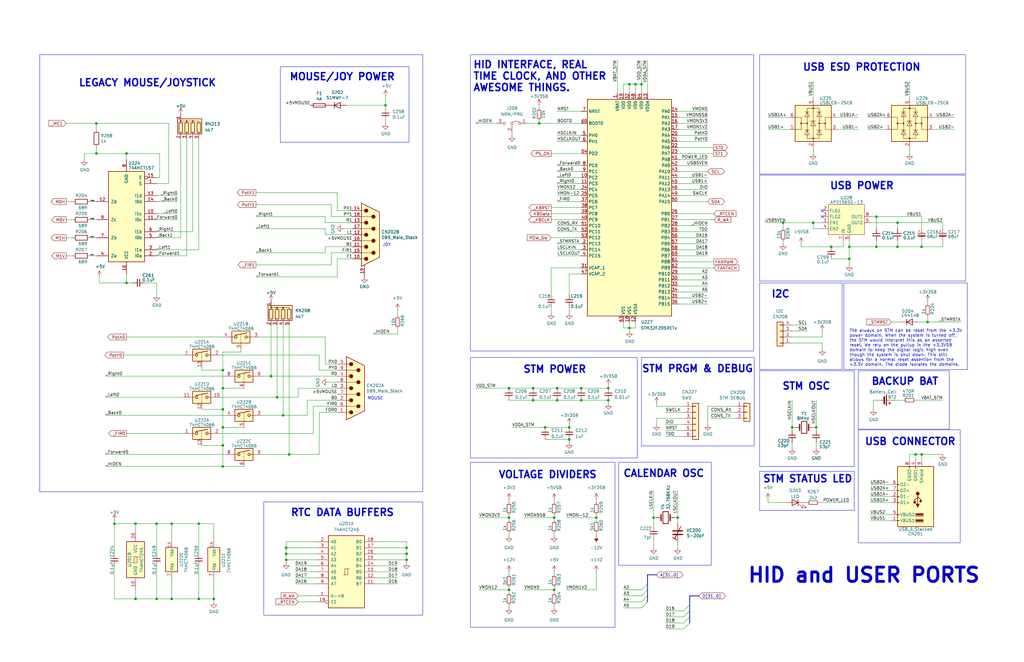
<source format=kicad_sch>
(kicad_sch (version 20231120) (generator "eeschema") (generator_version "8.0")
  (paper "B")
  (title_block (title "AMIGA PCI") (date "2025-06-29") (rev "6.0"))
  (junction (at 234.95 163.83))
  (junction (at 391.16 135.89))
  (junction (at 214.63 163.83))
  (junction (at 93.98 156.21))
  (junction (at 83.82 220.98))
  (junction (at 171.45 236.22))
  (junction (at 121.92 191.77))
  (junction (at 256.54 163.83))
  (junction (at 93.98 196.85))
  (junction (at 270.51 35.56))
  (junction (at 234.95 168.91))
  (junction (at 245.11 168.91))
  (junction (at 171.45 233.68))
  (junction (at 369.57 91.44))
  (junction (at 233.68 248.92))
  (junction (at 57.15 252.73))
  (junction (at 40.64 64.77))
  (junction (at 378.46 104.14))
  (junction (at 233.68 218.44))
  (junction (at 53.34 119.38))
  (junction (at 120.65 231.14))
  (junction (at 53.34 64.77))
  (junction (at 116.84 167.64))
  (junction (at 265.43 35.56))
  (junction (at 388.62 104.14))
  (junction (at 40.64 52.07))
  (junction (at 256.54 168.91))
  (junction (at 120.65 236.22))
  (junction (at 275.59 218.44))
  (junction (at 72.39 220.98))
  (junction (at 162.56 44.45))
  (junction (at 93.98 180.34))
  (junction (at 386.08 191.77))
  (junction (at 48.26 220.98))
  (junction (at 227.33 52.07))
  (junction (at 171.45 231.14))
  (junction (at 72.39 252.73))
  (junction (at 120.65 233.68))
  (junction (at 388.62 191.77))
  (junction (at 358.14 109.22))
  (junction (at 114.3 158.75))
  (junction (at 240.03 180.34))
  (junction (at 245.11 163.83))
  (junction (at 224.79 163.83))
  (junction (at 330.2 93.98))
  (junction (at 240.03 185.42))
  (junction (at 229.87 180.34))
  (junction (at 350.52 104.14))
  (junction (at 214.63 248.92))
  (junction (at 265.43 138.43))
  (junction (at 214.63 218.44))
  (junction (at 93.98 172.72))
  (junction (at 66.04 220.98))
  (junction (at 66.04 252.73))
  (junction (at 251.46 218.44))
  (junction (at 334.01 180.34))
  (junction (at 358.14 104.14))
  (junction (at 90.17 252.73))
  (junction (at 93.98 163.83))
  (junction (at 267.97 35.56))
  (junction (at 119.38 175.26))
  (junction (at 224.79 168.91))
  (junction (at 83.82 252.73))
  (junction (at 342.9 93.98))
  (junction (at 57.15 220.98))
  (junction (at 344.17 180.34))
  (junction (at 369.57 104.14))
  (junction (at 93.98 187.96))
  (junction (at 285.75 218.44))
  (junction (at 378.46 93.98))
  (no_connect (at 346.71 88.9))
  (no_connect (at 346.71 91.44))
  (bus_entry (at 270.51 248.92) (size 2.54 -2.54))
  (bus_entry (at 288.29 265.43) (size 2.54 -2.54))
  (bus_entry (at 270.51 251.46) (size 2.54 -2.54))
  (bus_entry (at 270.51 254) (size 2.54 -2.54))
  (bus_entry (at 288.29 260.35) (size 2.54 -2.54))
  (bus_entry (at 288.29 262.89) (size 2.54 -2.54))
  (bus_entry (at 288.29 257.81) (size 2.54 -2.54))
  (bus_entry (at 270.51 256.54) (size 2.54 -2.54))
  (wire (pts (xy 201.93 218.44) (xy 214.63 218.44)))
  (wire (pts (xy 285.75 59.69) (xy 298.45 59.69)))
  (wire (pts (xy 157.48 140.97) (xy 167.64 140.97)))
  (wire (pts (xy 262.89 138.43) (xy 265.43 138.43)))
  (wire (pts (xy 214.63 217.17) (xy 214.63 218.44)))
  (wire (pts (xy 52.07 149.86) (xy 77.47 149.86)))
  (wire (pts (xy 378.46 101.6) (xy 378.46 104.14)))
  (wire (pts (xy 285.75 220.98) (xy 285.75 218.44)))
  (wire (pts (xy 334.01 142.24) (xy 346.71 142.24)))
  (wire (pts (xy 344.17 180.34) (xy 344.17 168.91)))
  (wire (pts (xy 78.74 58.42) (xy 78.74 107.95)))
  (wire (pts (xy 233.68 210.82) (xy 233.68 212.09)))
  (wire (pts (xy 66.04 220.98) (xy 72.39 220.98)))
  (wire (pts (xy 285.75 100.33) (xy 298.45 100.33)))
  (wire (pts (xy 265.43 35.56) (xy 265.43 39.37)))
  (wire (pts (xy 280.67 260.35) (xy 288.29 260.35)))
  (wire (pts (xy 275.59 227.33) (xy 275.59 231.14)))
  (wire (pts (xy 44.45 191.77) (xy 95.25 191.77)))
  (wire (pts (xy 285.75 105.41) (xy 298.45 105.41)))
  (wire (pts (xy 353.06 49.53) (xy 361.95 49.53)))
  (wire (pts (xy 358.14 212.09) (xy 345.44 212.09)))
  (wire (pts (xy 162.56 44.45) (xy 162.56 45.72)))
  (wire (pts (xy 285.75 90.17) (xy 300.99 90.17)))
  (wire (pts (xy 375.92 212.09) (xy 367.03 212.09)))
  (wire (pts (xy 330.2 96.52) (xy 330.2 93.98)))
  (wire (pts (xy 90.17 228.6) (xy 90.17 220.98)))
  (wire (pts (xy 260.35 25.4) (xy 260.35 39.37)))
  (wire (pts (xy 114.3 137.16) (xy 114.3 158.75)))
  (wire (pts (xy 171.45 236.22) (xy 171.45 237.49)))
  (wire (pts (xy 158.75 246.38) (xy 167.64 246.38)))
  (wire (pts (xy 378.46 93.98) (xy 378.46 96.52)))
  (wire (pts (xy 144.78 96.52) (xy 148.59 96.52)))
  (wire (pts (xy 365.76 54.61) (xy 373.38 54.61)))
  (wire (pts (xy 44.45 196.85) (xy 93.98 196.85)))
  (wire (pts (xy 120.65 233.68) (xy 120.65 236.22)))
  (wire (pts (xy 288.29 173.99) (xy 280.67 173.99)))
  (wire (pts (xy 137.16 93.98) (xy 148.59 93.98)))
  (wire (pts (xy 138.43 161.29) (xy 142.24 161.29)))
  (wire (pts (xy 57.15 220.98) (xy 66.04 220.98)))
  (wire (pts (xy 234.95 168.91) (xy 245.11 168.91)))
  (wire (pts (xy 93.98 172.72) (xy 93.98 180.34)))
  (wire (pts (xy 120.65 236.22) (xy 133.35 236.22)))
  (wire (pts (xy 110.49 191.77) (xy 121.92 191.77)))
  (wire (pts (xy 397.51 101.6) (xy 397.51 104.14)))
  (wire (pts (xy 107.95 86.36) (xy 139.7 86.36)))
  (wire (pts (xy 288.29 171.45) (xy 276.86 171.45)))
  (wire (pts (xy 232.41 100.33) (xy 245.11 100.33)))
  (wire (pts (xy 120.65 231.14) (xy 133.35 231.14)))
  (wire (pts (xy 233.68 224.79) (xy 233.68 226.06)))
  (wire (pts (xy 233.68 218.44) (xy 233.68 219.71)))
  (wire (pts (xy 214.63 168.91) (xy 224.79 168.91)))
  (wire (pts (xy 331.47 212.09) (xy 323.85 212.09)))
  (wire (pts (xy 27.94 92.71) (xy 30.48 92.71)))
  (wire (pts (xy 158.75 228.6) (xy 171.45 228.6)))
  (wire (pts (xy 107.95 81.28) (xy 142.24 81.28)))
  (wire (pts (xy 288.29 176.53) (xy 276.86 176.53)))
  (wire (pts (xy 233.68 248.92) (xy 233.68 250.19)))
  (wire (pts (xy 81.28 97.79) (xy 81.28 58.42)))
  (wire (pts (xy 92.71 167.64) (xy 116.84 167.64)))
  (wire (pts (xy 66.04 107.95) (xy 78.74 107.95)))
  (wire (pts (xy 240.03 129.54) (xy 240.03 132.08)))
  (wire (pts (xy 234.95 97.79) (xy 245.11 97.79)))
  (wire (pts (xy 280.67 257.81) (xy 288.29 257.81)))
  (wire (pts (xy 72.39 220.98) (xy 83.82 220.98)))
  (wire (pts (xy 265.43 135.89) (xy 265.43 138.43)))
  (wire (pts (xy 288.29 181.61) (xy 280.67 181.61)))
  (bus (pts (xy 273.05 242.57) (xy 273.05 246.38)))
  (wire (pts (xy 367.03 209.55) (xy 375.92 209.55)))
  (wire (pts (xy 233.68 247.65) (xy 233.68 248.92)))
  (wire (pts (xy 334.01 139.7) (xy 340.36 139.7)))
  (wire (pts (xy 285.75 125.73) (xy 298.45 125.73)))
  (wire (pts (xy 134.62 173.99) (xy 134.62 191.77)))
  (wire (pts (xy 72.39 220.98) (xy 72.39 228.6)))
  (wire (pts (xy 251.46 210.82) (xy 251.46 212.09)))
  (wire (pts (xy 285.75 128.27) (xy 298.45 128.27)))
  (wire (pts (xy 388.62 191.77) (xy 397.51 191.77)))
  (wire (pts (xy 285.75 57.15) (xy 298.45 57.15)))
  (bus (pts (xy 290.83 251.46) (xy 290.83 255.27)))
  (wire (pts (xy 116.84 137.16) (xy 116.84 167.64)))
  (wire (pts (xy 368.3 168.91) (xy 369.57 168.91)))
  (wire (pts (xy 107.95 91.44) (xy 137.16 91.44)))
  (wire (pts (xy 386.08 191.77) (xy 383.54 191.77)))
  (wire (pts (xy 368.3 168.91) (xy 368.3 172.72)))
  (wire (pts (xy 35.56 64.77) (xy 35.56 67.31)))
  (wire (pts (xy 369.57 91.44) (xy 388.62 91.44)))
  (wire (pts (xy 285.75 95.25) (xy 298.45 95.25)))
  (wire (pts (xy 288.29 179.07) (xy 280.67 179.07)))
  (wire (pts (xy 72.39 252.73) (xy 83.82 252.73)))
  (wire (pts (xy 388.62 104.14) (xy 397.51 104.14)))
  (wire (pts (xy 393.7 54.61) (xy 402.59 54.61)))
  (bus (pts (xy 290.83 260.35) (xy 290.83 262.89)))
  (wire (pts (xy 214.63 247.65) (xy 214.63 248.92)))
  (wire (pts (xy 171.45 231.14) (xy 171.45 233.68)))
  (wire (pts (xy 92.71 182.88) (xy 132.08 182.88)))
  (wire (pts (xy 214.63 218.44) (xy 214.63 219.71)))
  (wire (pts (xy 344.17 180.34) (xy 344.17 181.61)))
  (wire (pts (xy 267.97 35.56) (xy 267.97 39.37)))
  (wire (pts (xy 262.89 256.54) (xy 270.51 256.54)))
  (wire (pts (xy 85.09 187.96) (xy 93.98 187.96)))
  (wire (pts (xy 232.41 113.03) (xy 232.41 124.46)))
  (wire (pts (xy 358.14 104.14) (xy 369.57 104.14)))
  (wire (pts (xy 48.26 233.68) (xy 48.26 220.98)))
  (wire (pts (xy 367.03 219.71) (xy 375.92 219.71)))
  (wire (pts (xy 137.16 104.14) (xy 148.59 104.14)))
  (wire (pts (xy 158.75 243.84) (xy 167.64 243.84)))
  (wire (pts (xy 93.98 156.21) (xy 93.98 163.83)))
  (wire (pts (xy 101.6 148.59) (xy 93.98 148.59)))
  (wire (pts (xy 386.08 168.91) (xy 397.51 168.91)))
  (wire (pts (xy 285.75 110.49) (xy 300.99 110.49)))
  (wire (pts (xy 85.09 154.94) (xy 85.09 156.21)))
  (wire (pts (xy 215.9 55.88) (xy 215.9 57.15)))
  (wire (pts (xy 280.67 262.89) (xy 288.29 262.89)))
  (wire (pts (xy 344.17 186.69) (xy 344.17 189.23)))
  (wire (pts (xy 171.45 228.6) (xy 171.45 231.14)))
  (wire (pts (xy 234.95 163.83) (xy 245.11 163.83)))
  (wire (pts (xy 377.19 168.91) (xy 381 168.91)))
  (wire (pts (xy 57.15 220.98) (xy 57.15 223.52)))
  (wire (pts (xy 262.89 135.89) (xy 262.89 138.43)))
  (wire (pts (xy 234.95 82.55) (xy 245.11 82.55)))
  (wire (pts (xy 240.03 115.57) (xy 245.11 115.57)))
  (wire (pts (xy 342.9 93.98) (xy 346.71 93.98)))
  (wire (pts (xy 224.79 168.91) (xy 234.95 168.91)))
  (wire (pts (xy 133.35 246.38) (xy 124.46 246.38)))
  (wire (pts (xy 270.51 25.4) (xy 270.51 35.56)))
  (wire (pts (xy 27.94 107.95) (xy 30.48 107.95)))
  (wire (pts (xy 83.82 238.76) (xy 83.82 252.73)))
  (wire (pts (xy 125.73 254) (xy 133.35 254)))
  (wire (pts (xy 66.04 97.79) (xy 81.28 97.79)))
  (wire (pts (xy 76.2 58.42) (xy 76.2 100.33)))
  (wire (pts (xy 66.04 119.38) (xy 60.96 119.38)))
  (wire (pts (xy 66.04 77.47) (xy 71.12 77.47)))
  (wire (pts (xy 66.04 92.71) (xy 74.93 92.71)))
  (wire (pts (xy 101.6 147.32) (xy 101.6 148.59)))
  (wire (pts (xy 66.04 220.98) (xy 66.04 233.68)))
  (wire (pts (xy 388.62 91.44) (xy 388.62 96.52)))
  (wire (pts (xy 245.11 113.03) (xy 232.41 113.03)))
  (wire (pts (xy 233.68 217.17) (xy 233.68 218.44)))
  (wire (pts (xy 93.98 148.59) (xy 93.98 156.21)))
  (wire (pts (xy 133.35 241.3) (xy 124.46 241.3)))
  (wire (pts (xy 365.76 49.53) (xy 373.38 49.53)))
  (wire (pts (xy 388.62 101.6) (xy 388.62 104.14)))
  (wire (pts (xy 251.46 224.79) (xy 251.46 226.06)))
  (wire (pts (xy 227.33 50.8) (xy 227.33 52.07)))
  (wire (pts (xy 121.92 191.77) (xy 134.62 191.77)))
  (wire (pts (xy 53.34 142.24) (xy 93.98 142.24)))
  (wire (pts (xy 240.03 179.07) (xy 240.03 180.34)))
  (wire (pts (xy 137.16 99.06) (xy 148.59 99.06)))
  (wire (pts (xy 265.43 138.43) (xy 267.97 138.43)))
  (wire (pts (xy 120.65 231.14) (xy 120.65 233.68)))
  (wire (pts (xy 262.89 35.56) (xy 265.43 35.56)))
  (wire (pts (xy 323.85 54.61) (xy 332.74 54.61)))
  (wire (pts (xy 134.62 156.21) (xy 142.24 156.21)))
  (wire (pts (xy 386.08 191.77) (xy 386.08 194.31)))
  (wire (pts (xy 298.45 171.45) (xy 298.45 179.07)))
  (bus (pts (xy 273.05 251.46) (xy 273.05 254)))
  (wire (pts (xy 53.34 67.31) (xy 53.34 64.77)))
  (wire (pts (xy 133.35 228.6) (xy 120.65 228.6)))
  (wire (pts (xy 285.75 228.6) (xy 285.75 231.14)))
  (wire (pts (xy 48.26 252.73) (xy 57.15 252.73)))
  (wire (pts (xy 240.03 186.69) (xy 240.03 185.42)))
  (wire (pts (xy 285.75 97.79) (xy 298.45 97.79)))
  (wire (pts (xy 285.75 92.71) (xy 300.99 92.71)))
  (wire (pts (xy 234.95 59.69) (xy 245.11 59.69)))
  (wire (pts (xy 262.89 248.92) (xy 270.51 248.92)))
  (wire (pts (xy 133.35 243.84) (xy 124.46 243.84)))
  (wire (pts (xy 265.43 139.7) (xy 265.43 138.43)))
  (wire (pts (xy 214.63 224.79) (xy 214.63 226.06)))
  (wire (pts (xy 234.95 77.47) (xy 245.11 77.47)))
  (wire (pts (xy 66.04 85.09) (xy 74.93 85.09)))
  (wire (pts (xy 93.98 163.83) (xy 93.98 172.72)))
  (wire (pts (xy 353.06 54.61) (xy 361.95 54.61)))
  (wire (pts (xy 27.94 100.33) (xy 30.48 100.33)))
  (wire (pts (xy 234.95 72.39) (xy 245.11 72.39)))
  (wire (pts (xy 232.41 92.71) (xy 245.11 92.71)))
  (wire (pts (xy 346.71 144.78) (xy 346.71 147.32)))
  (wire (pts (xy 397.51 93.98) (xy 397.51 96.52)))
  (bus (pts (xy 290.83 255.27) (xy 290.83 257.81)))
  (wire (pts (xy 383.54 194.31) (xy 383.54 191.77)))
  (wire (pts (xy 232.41 129.54) (xy 232.41 132.08)))
  (wire (pts (xy 214.63 210.82) (xy 214.63 212.09)))
  (wire (pts (xy 285.75 72.39) (xy 298.45 72.39)))
  (wire (pts (xy 40.64 64.77) (xy 35.56 64.77)))
  (wire (pts (xy 378.46 93.98) (xy 397.51 93.98)))
  (wire (pts (xy 262.89 251.46) (xy 270.51 251.46)))
  (wire (pts (xy 90.17 254) (xy 90.17 252.73)))
  (wire (pts (xy 129.54 168.91) (xy 142.24 168.91)))
  (wire (pts (xy 232.41 64.77) (xy 245.11 64.77)))
  (wire (pts (xy 142.24 109.22) (xy 148.59 109.22)))
  (wire (pts (xy 358.14 109.22) (xy 358.14 104.14)))
  (wire (pts (xy 220.98 218.44) (xy 233.68 218.44)))
  (wire (pts (xy 171.45 233.68) (xy 171.45 236.22)))
  (wire (pts (xy 267.97 35.56) (xy 270.51 35.56)))
  (wire (pts (xy 367.03 204.47) (xy 375.92 204.47)))
  (wire (pts (xy 285.75 107.95) (xy 298.45 107.95)))
  (wire (pts (xy 137.16 142.24) (xy 137.16 153.67)))
  (wire (pts (xy 245.11 163.83) (xy 256.54 163.83)))
  (wire (pts (xy 251.46 218.44) (xy 251.46 219.71)))
  (wire (pts (xy 201.93 248.92) (xy 214.63 248.92)))
  (wire (pts (xy 342.9 64.77) (xy 342.9 62.23)))
  (wire (pts (xy 139.7 86.36) (xy 139.7 91.44)))
  (wire (pts (xy 220.98 248.92) (xy 233.68 248.92)))
  (wire (pts (xy 334.01 144.78) (xy 346.71 144.78)))
  (wire (pts (xy 323.85 49.53) (xy 332.74 49.53)))
  (bus (pts (xy 276.86 242.57) (xy 273.05 242.57)))
  (wire (pts (xy 391.16 135.89) (xy 405.13 135.89)))
  (wire (pts (xy 234.95 80.01) (xy 245.11 80.01)))
  (wire (pts (xy 256.54 162.56) (xy 256.54 163.83)))
  (wire (pts (xy 367.03 217.17) (xy 375.92 217.17)))
  (wire (pts (xy 66.04 238.76) (xy 66.04 252.73)))
  (wire (pts (xy 273.05 25.4) (xy 273.05 39.37)))
  (wire (pts (xy 375.92 207.01) (xy 367.03 207.01)))
  (wire (pts (xy 72.39 243.84) (xy 72.39 252.73)))
  (wire (pts (xy 66.04 100.33) (xy 76.2 100.33)))
  (wire (pts (xy 285.75 85.09) (xy 298.45 85.09)))
  (wire (pts (xy 158.75 231.14) (xy 171.45 231.14)))
  (wire (pts (xy 234.95 74.93) (xy 245.11 74.93)))
  (wire (pts (xy 119.38 175.26) (xy 129.54 175.26)))
  (wire (pts (xy 238.76 218.44) (xy 251.46 218.44)))
  (wire (pts (xy 346.71 96.52) (xy 342.9 96.52)))
  (wire (pts (xy 285.75 77.47) (xy 298.45 77.47)))
  (wire (pts (xy 27.94 85.09) (xy 30.48 85.09)))
  (wire (pts (xy 120.65 233.68) (xy 133.35 233.68)))
  (wire (pts (xy 214.63 248.92) (xy 214.63 250.19)))
  (wire (pts (xy 90.17 252.73) (xy 90.17 243.84)))
  (wire (pts (xy 330.2 102.87) (xy 330.2 101.6)))
  (wire (pts (xy 285.75 207.01) (xy 285.75 218.44)))
  (wire (pts (xy 285.75 64.77) (xy 300.99 64.77)))
  (wire (pts (xy 285.75 120.65) (xy 298.45 120.65)))
  (wire (pts (xy 227.33 52.07) (xy 222.25 52.07)))
  (wire (pts (xy 285.75 49.53) (xy 298.45 49.53)))
  (wire (pts (xy 358.14 101.6) (xy 358.14 104.14)))
  (wire (pts (xy 83.82 220.98) (xy 83.82 233.68)))
  (wire (pts (xy 276.86 176.53) (xy 276.86 179.07)))
  (wire (pts (xy 93.98 180.34) (xy 93.98 187.96)))
  (wire (pts (xy 120.65 237.49) (xy 120.65 236.22)))
  (wire (pts (xy 229.87 180.34) (xy 240.03 180.34)))
  (wire (pts (xy 299.72 173.99) (xy 309.88 173.99)))
  (wire (pts (xy 85.09 156.21) (xy 93.98 156.21)))
  (wire (pts (xy 44.45 158.75) (xy 95.25 158.75)))
  (wire (pts (xy 53.34 182.88) (xy 77.47 182.88)))
  (wire (pts (xy 142.24 116.84) (xy 142.24 109.22)))
  (wire (pts (xy 214.63 163.83) (xy 224.79 163.83)))
  (wire (pts (xy 265.43 35.56) (xy 267.97 35.56)))
  (wire (pts (xy 233.68 241.3) (xy 233.68 242.57)))
  (wire (pts (xy 369.57 101.6) (xy 369.57 104.14)))
  (wire (pts (xy 334.01 180.34) (xy 334.01 181.61)))
  (bus (pts (xy 273.05 248.92) (xy 273.05 251.46)))
  (wire (pts (xy 139.7 106.68) (xy 148.59 106.68)))
  (wire (pts (xy 285.75 67.31) (xy 298.45 67.31)))
  (wire (pts (xy 378.46 104.14) (xy 388.62 104.14)))
  (wire (pts (xy 44.45 167.64) (xy 77.47 167.64)))
  (wire (pts (xy 38.1 92.71) (xy 40.64 92.71)))
  (wire (pts (xy 346.71 139.7) (xy 346.71 142.24)))
  (wire (pts (xy 234.95 105.41) (xy 245.11 105.41)))
  (wire (pts (xy 114.3 158.75) (xy 142.24 158.75)))
  (wire (pts (xy 330.2 93.98) (xy 342.9 93.98)))
  (wire (pts (xy 262.89 254) (xy 270.51 254)))
  (wire (pts (xy 387.35 135.89) (xy 391.16 135.89)))
  (wire (pts (xy 337.82 102.87) (xy 337.82 104.14)))
  (wire (pts (xy 251.46 241.3) (xy 251.46 248.92)))
  (wire (pts (xy 233.68 255.27) (xy 233.68 256.54)))
  (wire (pts (xy 383.54 34.29) (xy 383.54 41.91)))
  (wire (pts (xy 48.26 220.98) (xy 57.15 220.98)))
  (wire (pts (xy 38.1 85.09) (xy 40.64 85.09)))
  (wire (pts (xy 110.49 158.75) (xy 114.3 158.75)))
  (wire (pts (xy 388.62 191.77) (xy 386.08 191.77)))
  (wire (pts (xy 137.16 91.44) (xy 137.16 93.98)))
  (wire (pts (xy 209.55 52.07) (xy 200.66 52.07)))
  (wire (pts (xy 285.75 80.01) (xy 298.45 80.01)))
  (wire (pts (xy 57.15 252.73) (xy 66.04 252.73)))
  (wire (pts (xy 214.63 255.27) (xy 214.63 256.54)))
  (wire (pts (xy 358.14 109.22) (xy 350.52 109.22)))
  (wire (pts (xy 125.73 251.46) (xy 133.35 251.46)))
  (wire (pts (xy 285.75 113.03) (xy 300.99 113.03)))
  (wire (pts (xy 120.65 228.6) (xy 120.65 231.14)))
  (wire (pts (xy 53.34 119.38) (xy 53.34 115.57)))
  (wire (pts (xy 234.95 95.25) (xy 245.11 95.25)))
  (wire (pts (xy 93.98 196.85) (xy 102.87 196.85)))
  (wire (pts (xy 275.59 218.44) (xy 276.86 218.44)))
  (wire (pts (xy 107.95 116.84) (xy 142.24 116.84)))
  (wire (pts (xy 337.82 104.14) (xy 350.52 104.14)))
  (wire (pts (xy 369.57 91.44) (xy 369.57 96.52)))
  (wire (pts (xy 53.34 64.77) (xy 67.31 64.77)))
  (wire (pts (xy 57.15 248.92) (xy 57.15 252.73)))
  (wire (pts (xy 309.88 171.45) (xy 298.45 171.45)))
  (wire (pts (xy 234.95 102.87) (xy 245.11 102.87)))
  (wire (pts (xy 142.24 173.99) (xy 134.62 173.99)))
  (wire (pts (xy 367.03 93.98) (xy 378.46 93.98)))
  (wire (pts (xy 83.82 58.42) (xy 83.82 105.41)))
  (wire (pts (xy 38.1 107.95) (xy 40.64 107.95)))
  (wire (pts (xy 245.11 168.91) (xy 256.54 168.91)))
  (wire (pts (xy 142.24 171.45) (xy 132.08 171.45)))
  (wire (pts (xy 227.33 44.45) (xy 227.33 45.72)))
  (wire (pts (xy 66.04 252.73) (xy 72.39 252.73)))
  (wire (pts (xy 93.98 180.34) (xy 102.87 180.34)))
  (wire (pts (xy 110.49 175.26) (xy 119.38 175.26)))
  (wire (pts (xy 158.75 233.68) (xy 171.45 233.68)))
  (wire (pts (xy 334.01 186.69) (xy 334.01 189.23)))
  (wire (pts (xy 27.94 52.07) (xy 40.64 52.07)))
  (wire (pts (xy 350.52 104.14) (xy 355.6 104.14)))
  (wire (pts (xy 66.04 90.17) (xy 74.93 90.17)))
  (wire (pts (xy 369.57 104.14) (xy 378.46 104.14)))
  (wire (pts (xy 48.26 238.76) (xy 48.26 252.73)))
  (wire (pts (xy 280.67 265.43) (xy 288.29 265.43)))
  (wire (pts (xy 391.16 127) (xy 391.16 128.27)))
  (wire (pts (xy 137.16 106.68) (xy 137.16 104.14)))
  (wire (pts (xy 107.95 106.68) (xy 137.16 106.68)))
  (wire (pts (xy 125.73 167.64) (xy 125.73 163.83)))
  (wire (pts (xy 67.31 74.93) (xy 67.31 64.77)))
  (wire (pts (xy 275.59 222.25) (xy 275.59 218.44)))
  (wire (pts (xy 55.88 119.38) (xy 53.34 119.38)))
  (wire (pts (xy 342.9 34.29) (xy 342.9 41.91)))
  (wire (pts (xy 107.95 111.76) (xy 139.7 111.76)))
  (wire (pts (xy 256.54 170.18) (xy 256.54 168.91)))
  (wire (pts (xy 142.24 81.28) (xy 142.24 88.9)))
  (wire (pts (xy 167.64 130.81) (xy 167.64 133.35)))
  (wire (pts (xy 391.16 133.35) (xy 391.16 135.89)))
  (wire (pts (xy 71.12 52.07) (xy 40.64 52.07)))
  (wire (pts (xy 285.75 102.87) (xy 298.45 102.87)))
  (wire (pts (xy 93.98 163.83) (xy 102.87 163.83)))
  (wire (pts (xy 44.45 175.26) (xy 95.25 175.26)))
  (wire (pts (xy 158.75 236.22) (xy 171.45 236.22)))
  (wire (pts (xy 71.12 77.47) (xy 71.12 52.07)))
  (wire (pts (xy 139.7 91.44) (xy 148.59 91.44)))
  (wire (pts (xy 342.9 96.52) (xy 342.9 93.98)))
  (wire (pts (xy 132.08 171.45) (xy 132.08 182.88)))
  (wire (pts (xy 232.41 87.63) (xy 245.11 87.63)))
  (wire (pts (xy 227.33 52.07) (xy 245.11 52.07)))
  (wire (pts (xy 375.92 135.89) (xy 379.73 135.89)))
  (wire (pts (xy 285.75 69.85) (xy 298.45 69.85)))
  (wire (pts (xy 275.59 218.44) (xy 275.59 207.01)))
  (wire (pts (xy 393.7 49.53) (xy 402.59 49.53)))
  (wire (pts (xy 134.62 149.86) (xy 134.62 156.21)))
  (wire (pts (xy 133.35 238.76) (xy 124.46 238.76)))
  (wire (pts (xy 285.75 46.99) (xy 298.45 46.99)))
  (wire (pts (xy 142.24 88.9) (xy 148.59 88.9)))
  (bus (pts (xy 290.83 257.81) (xy 290.83 260.35)))
  (wire (pts (xy 139.7 111.76) (xy 139.7 106.68)))
  (wire (pts (xy 83.82 220.98) (xy 90.17 220.98)))
  (wire (pts (xy 93.98 187.96) (xy 93.98 196.85)))
  (wire (pts (xy 85.09 172.72) (xy 93.98 172.72)))
  (wire (pts (xy 121.92 137.16) (xy 121.92 191.77)))
  (wire (pts (xy 342.9 180.34) (xy 344.17 180.34)))
  (wire (pts (xy 234.95 46.99) (xy 245.11 46.99)))
  (wire (pts (xy 119.38 137.16) (xy 119.38 175.26)))
  (wire (pts (xy 66.04 105.41) (xy 83.82 105.41)))
  (wire (pts (xy 276.86 170.18) (xy 276.86 171.45)))
  (wire (pts (xy 285.75 62.23) (xy 300.99 62.23)))
  (wire (pts (xy 285.75 115.57) (xy 298.45 115.57)))
  (wire (pts (xy 109.22 142.24) (xy 137.16 142.24)))
  (wire (pts (xy 158.75 238.76) (xy 167.64 238.76)))
  (wire (pts (xy 158.75 241.3) (xy 167.64 241.3)))
  (wire (pts (xy 116.84 167.64) (xy 125.73 167.64)))
  (wire (pts (xy 285.75 74.93) (xy 298.45 74.93)))
  (wire (pts (xy 40.64 62.23) (xy 40.64 64.77)))
  (wire (pts (xy 40.64 54.61) (xy 40.64 52.07)))
  (wire (pts (xy 67.31 74.93) (xy 66.04 74.93)))
  (wire (pts (xy 322.58 93.98) (xy 330.2 93.98)))
  (wire (pts (xy 234.95 85.09) (xy 245.11 85.09)))
  (wire (pts (xy 285.75 54.61) (xy 298.45 54.61)))
  (wire (pts (xy 285.75 218.44) (xy 284.48 218.44)))
  (wire (pts (xy 355.6 101.6) (xy 355.6 104.14)))
  (wire (pts (xy 215.9 180.34) (xy 229.87 180.34)))
  (wire (pts (xy 214.63 241.3) (xy 214.63 242.57)))
  (wire (pts (xy 285.75 118.11) (xy 298.45 118.11)))
  (wire (pts (xy 92.71 149.86) (xy 134.62 149.86)))
  (wire (pts (xy 125.73 163.83) (xy 142.24 163.83)))
  (wire (pts (xy 340.36 212.09) (xy 339.09 212.09)))
  (wire (pts (xy 224.79 163.83) (xy 234.95 163.83)))
  (wire (pts (xy 240.03 124.46) (xy 240.03 115.57)))
  (wire (pts (xy 167.64 138.43) (xy 167.64 140.97)))
  (wire (pts (xy 146.05 44.45) (xy 162.56 44.45)))
  (wire (pts (xy 388.62 191.77) (xy 388.62 194.31)))
  (wire (pts (xy 137.16 153.67) (xy 142.24 153.67)))
  (bus (pts (xy 294.64 251.46) (xy 290.83 251.46)))
  (wire (pts (xy 90.17 252.73) (xy 83.82 252.73)))
  (wire (pts (xy 162.56 50.8) (xy 162.56 52.07)))
  (wire (pts (xy 334.01 180.34) (xy 335.28 180.34)))
  (wire (pts (xy 383.54 64.77) (xy 383.54 62.23)))
  (wire (pts (xy 358.14 111.76) (xy 358.14 109.22)))
  (wire (pts (xy 107.95 96.52) (xy 137.16 96.52)))
  (wire (pts (xy 234.95 69.85) (xy 245.11 69.85)))
  (wire (pts (xy 41.91 116.84) (xy 41.91 119.38)))
  (wire (pts (xy 299.72 176.53) (xy 309.88 176.53)))
  (wire (pts (xy 129.54 175.26) (xy 129.54 168.91)))
  (wire (pts (xy 251.46 217.17) (xy 251.46 218.44)))
  (wire (pts (xy 162.56 44.45) (xy 162.56 40.64)))
  (wire (pts (xy 229.87 185.42) (xy 240.03 185.42)))
  (wire (pts (xy 41.91 119.38) (xy 53.34 119.38)))
  (wire (pts (xy 66.04 124.46) (xy 66.04 119.38)))
  (wire (pts (xy 285.75 123.19) (xy 298.45 123.19)))
  (wire (pts (xy 200.66 163.83) (xy 214.63 163.83)))
  (wire (pts (xy 334.01 168.91) (xy 334.01 180.34)))
  (wire (pts (xy 367.03 91.44) (xy 369.57 91.44)))
  (bus (pts (xy 273.05 246.38) (xy 273.05 248.92)))
  (wire (pts (xy 262.89 39.37) (xy 262.89 35.56)))
  (wire (pts (xy 48.26 219.71) (xy 48.26 220.98)))
  (wire (pts (xy 38.1 100.33) (xy 40.64 100.33)))
  (wire (pts (xy 270.51 35.56) (xy 270.51 39.37)))
  (wire (pts (xy 288.29 184.15) (xy 280.67 184.15)))
  (wire (pts (xy 285.75 52.07) (xy 298.45 52.07)))
  (wire (pts (xy 40.64 64.77) (xy 53.34 64.77)))
  (wire (pts (xy 234.95 57.15) (xy 245.11 57.15)))
  (wire (pts (xy 137.16 96.52) (xy 137.16 99.06)))
  (wire (pts (xy 323.85 210.82) (xy 323.85 212.09)))
  (wire (pts (xy 334.01 137.16) (xy 340.36 137.16)))
  (wire (pts (xy 267.97 138.43) (xy 267.97 135.89)))
  (wire (pts (xy 285.75 82.55) (xy 298.45 82.55)))
  (wire (pts (xy 232.41 90.17) (xy 245.11 90.17)))
  (wire (pts (xy 238.76 248.92) (xy 251.46 248.92)))
  (wire (pts (xy 234.95 107.95) (xy 245.11 107.95)))
  (wire (pts (xy 66.04 82.55) (xy 74.93 82.55)))
  (rectangle (start 320.294 156.464) (end 360.172 196.85))
  (rectangle (start 361.95 181.356) (end 404.876 229.108))
  (rectangle (start 16.764 23.114) (end 178.308 207.518))
  (rectangle (start 320.294 119.38) (end 355.092 155.956))
  (rectangle (start 198.374 195.072) (end 259.334 264.668))
  (rectangle (start 320.294 23.114) (end 407.162 73.406))
  (rectangle (start 260.858 195.072) (end 299.974 238.506))
  (rectangle (start 198.374 23.114) (end 317.754 148.082))
  (rectangle (start 270.51 150.876) (end 318.008 188.214))
  (rectangle (start 361.95 156.464) (end 400.304 181.102))
  (rectangle (start 111.252 211.836) (end 178.308 259.588))
  (rectangle (start 198.374 150.876) (end 268.732 193.294))
  (rectangle (start 118.237 28.194) (end 172.466 60.071))
  (rectangle (start 320.294 73.914) (end 407.162 118.618))
  (rectangle (start 355.854 119.38) (end 407.924 155.956))
  (rectangle (start 320.294 198.882) (end 360.172 215.392))
  (text "USB POWER" (at 349.758 80.264 0) (effects (font (size 3 3) (thickness 0.6) (bold yes)) (justify left bottom)))
  (text "CALENDAR OSC" (at 262.636 201.676 0) (effects (font (size 3 3) (thickness 0.6) (bold yes)) (justify left bottom)))
  (text "STM STATUS LED" (at 321.564 203.962 0) (effects (font (size 3 3) (thickness 0.6) (bold yes)) (justify left bottom)))
  (text "USB CONNECTOR" (at 364.49 188.214 0) (effects (font (size 3 3) (thickness 0.6) (bold yes)) (justify left bottom)))
  (text "VOLTAGE DIVIDERS" (at 210.058 202.184 0) (effects (font (size 3 3) (thickness 0.6) (bold yes)) (justify left bottom)))
  (text "HID and USER PORTS" (at 314.96 246.38 0) (effects (font (size 6 6) (thickness 1.2) (bold yes)) (justify left bottom)))
  (text "The always on STM can be reset from the +3.3V\npower domain. When the system is turned off,\nthe STM would interpret this as an asserted\nreset. We rely on the pullup in the +3.3VSB\ndomain to keep the signal logic high even\nthough the system is shut down. This still\nallows for a normal reset assertion from the\n+3.3V domain. The diode isolates the domains." (at 358.14 146.812 0) (effects (font (size 1.27 1.27)) (justify left)))
  (text "LEGACY MOUSE/JOYSTICK" (at 33.02 36.83 0) (effects (font (size 3 3) (thickness 0.6) (bold yes)) (justify left bottom)))
  (text "I2C" (at 325.12 125.984 0) (effects (font (size 3 3) (thickness 0.6) (bold yes)) (justify left bottom)))
  (text "MOUSE/JOY POWER" (at 121.92 34.29 0) (effects (font (size 3 3) (thickness 0.6) (bold yes)) (justify left bottom)))
  (text "STM OSC" (at 329.692 164.846 0) (effects (font (size 3 3) (thickness 0.6) (bold yes)) (justify left bottom)))
  (text "STM POWER" (at 220.472 157.734 0) (effects (font (size 3 3) (thickness 0.6) (bold yes)) (justify left bottom)))
  (text "HID INTERFACE, REAL\nTIME CLOCK, AND OTHER\nAWESOME THINGS." (at 199.39 38.862 0) (effects (font (size 3 3) (thickness 0.6) (bold yes)) (justify left bottom)))
  (text "MOUSE" (at 154.94 168.91 0) (effects (font (size 1.27 1.27)) (justify left bottom)))
  (text "JOY" (at 161.29 104.14 0) (effects (font (size 1.27 1.27)) (justify left bottom)))
  (text "BACKUP BAT" (at 367.284 162.814 0) (effects (font (size 3 3) (thickness 0.6) (bold yes)) (justify left bottom)))
  (text "STM PRGM & DEBUG" (at 294.132 157.48 0) (effects (font (size 3 3) (thickness 0.6) (bold yes)) (justify bottom)))
  (text "USB ESD PROTECTION" (at 338.328 30.226 0) (effects (font (size 3 3) (thickness 0.6) (bold yes)) (justify left bottom)))
  (text "RTC DATA BUFFERS" (at 122.428 218.186 0) (effects (font (size 3 3) (thickness 0.6) (bold yes)) (justify left bottom)))
  (label "_HIDEN" (at 157.48 140.97 0))
  (label "DA16" (at 124.46 246.38 0))
  (label "DA18" (at 124.46 241.3 0))
  (label "SWCLK" (at 298.45 82.55 180))
  (label "USB1A-" (at 367.03 209.55 0))
  (label "USB5VEN" (at 298.45 69.85 180))
  (label "DA19" (at 298.45 107.95 180))
  (label "L0" (at 142.24 163.83 180))
  (label "PY1" (at 148.59 91.44 180))
  (label "PotX0" (at 298.45 57.15 180))
  (label "USB1-" (at 298.45 74.93 180))
  (label "D18" (at 167.64 241.3 180))
  (label "DA17" (at 298.45 102.87 180))
  (label "PX0" (at 142.24 153.67 180))
  (label "BOOT0" (at 234.95 52.07 0))
  (label "USB1A+" (at 367.03 212.09 0))
  (label "VDD_STM" (at 200.66 163.83 0))
  (label "USB1A-" (at 361.95 49.53 180))
  (label "VDD_STM" (at 270.51 25.4 270))
  (label "_HIDEN" (at 200.66 52.07 0))
  (label "POWER_LED" (at 298.45 67.31 180))
  (label "DIO" (at 280.67 179.07 0))
  (label "D18" (at 280.67 262.89 0))
  (label "MV1" (at 38.1 107.95 0) (effects (font (size 0.5 0.5))))
  (label "USB2-" (at 298.45 125.73 180))
  (label "_Left0" (at 234.95 74.93 0))
  (label "SDA" (at 340.36 139.7 180))
  (label "MH1" (at 38.1 100.33 0) (effects (font (size 0.5 0.5))))
  (label "USB2+" (at 365.76 54.61 0))
  (label "SCL" (at 340.36 137.16 180))
  (label "USB2A+" (at 367.03 207.01 0))
  (label "USB2A+" (at 365.76 49.53 0))
  (label "USB1+" (at 323.85 54.61 0))
  (label "TDO" (at 280.67 184.15 0))
  (label "_Left0" (at 74.93 90.17 180))
  (label "F1" (at 148.59 109.22 180))
  (label "LSCLKOUT" (at 234.95 107.95 0))
  (label "_Right0" (at 44.45 158.75 0))
  (label "_Back1" (at 66.04 100.33 0))
  (label "TDO" (at 298.45 97.79 180))
  (label "_STMRSTA" (at 405.13 135.89 180))
  (label "VBUS2" (at 383.54 34.29 270))
  (label "USB2+" (at 298.45 128.27 180))
  (label "VMON-12" (at 238.76 218.44 0))
  (label "DA16" (at 298.45 100.33 180))
  (label "_Back0" (at 44.45 175.26 0))
  (label "CONS_RX" (at 234.95 95.25 0))
  (label "_FIR0" (at 234.95 85.09 0))
  (label "DA17" (at 124.46 243.84 0))
  (label "_Back1" (at 107.95 106.68 0))
  (label "A4" (at 262.89 254 0))
  (label "VDDA_STM" (at 215.9 180.34 0))
  (label "USB2A-" (at 402.59 49.53 180))
  (label "MH0" (at 38.1 85.09 0) (effects (font (size 0.5 0.5))))
  (label "_Back0" (at 74.93 85.09 180))
  (label "_Back0" (at 234.95 72.39 0))
  (label "VBAT_STM" (at 397.51 168.91 180))
  (label "VMON1V2" (at 298.45 54.61 180))
  (label "_Left1" (at 107.95 96.52 0))
  (label "D19" (at 280.67 265.43 0))
  (label "VMON12" (at 201.93 248.92 0))
  (label "HSCLKIN" (at 334.01 168.91 270))
  (label "+5VMOUSE" (at 142.24 166.37 180))
  (label "_Right0" (at 234.95 77.47 0))
  (label "VBAT_STM" (at 260.35 25.4 270))
  (label "FOR0" (at 142.24 173.99 180))
  (label "+5VMOUSE" (at 148.59 101.6 180))
  (label "HSCLKOUT" (at 234.95 59.69 0))
  (label "LSCLKIN" (at 234.95 105.41 0))
  (label "R1" (at 148.59 93.98 180))
  (label "R0" (at 142.24 158.75 180))
  (label "MV0" (at 38.1 92.71 0) (effects (font (size 0.5 0.5))))
  (label "USB2-" (at 402.59 54.61 180))
  (label "A3" (at 298.45 118.11 180))
  (label "USB1-" (at 361.95 54.61 180))
  (label "VMON5SB" (at 298.45 49.53 180))
  (label "_Right1" (at 107.95 91.44 0))
  (label "VMON1V2" (at 238.76 248.92 0))
  (label "NRST" (at 234.95 46.99 0))
  (label "VMON12" (at 234.95 80.01 0))
  (label "_Forward1" (at 66.04 107.95 0))
  (label "PY0" (at 142.24 156.21 180))
  (label "CONS_TX" (at 234.95 97.79 0))
  (label "PotY0" (at 298.45 59.69 180))
  (label "D16" (at 280.67 257.81 0))
  (label "A5" (at 298.45 123.19 180))
  (label "_Right0" (at 74.93 82.55 180))
  (label "SWCLK" (at 280.67 173.99 0))
  (label "NRST" (at 280.67 181.61 0))
  (label "_HIDEN" (at 298.45 95.25 180))
  (label "VBUS1" (at 342.9 34.29 270))
  (label "A3" (at 262.89 251.46 0))
  (label "A2" (at 298.45 115.57 180))
  (label "B1" (at 148.59 104.14 180))
  (label "VBUS2" (at 397.51 93.98 180))
  (label "VBUS1" (at 388.62 91.44 180))
  (label "_Forward0" (at 74.93 92.71 180))
  (label "_STMRSTA" (at 234.95 102.87 0))
  (label "LSCLKIN" (at 275.59 207.01 270))
  (label "_Left0" (at 44.45 167.64 0))
  (label "_HIDEN" (at 44.45 196.85 0))
  (label "_Forward1" (at 107.95 116.84 0))
  (label "VBUS2" (at 367.03 217.17 0))
  (label "_Forward0" (at 234.95 69.85 0))
  (label "CONS_RX" (at 299.72 173.99 0))
  (label "_Right1" (at 66.04 97.79 0))
  (label "VBUS1" (at 367.03 219.71 0))
  (label "DA18" (at 298.45 105.41 180))
  (label "DIO" (at 298.45 80.01 180))
  (label "_Forward0" (at 44.45 191.77 0))
  (label "VMON5SB" (at 220.98 218.44 0))
  (label "D16" (at 167.64 246.38 180))
  (label "POWER_LED" (at 358.14 212.09 180))
  (label "VMON3V3" (at 298.45 52.07 180))
  (label "VMON-12" (at 234.95 82.55 0))
  (label "VMON5" (at 220.98 248.92 0))
  (label "B0" (at 142.24 168.91 180))
  (label "HSCLKIN" (at 234.95 57.15 0))
  (label "DA19" (at 124.46 238.76 0))
  (label "PX1" (at 148.59 88.9 180))
  (label "A2" (at 262.89 248.92 0))
  (label "USB1+" (at 298.45 77.47 180))
  (label "VDDA_STM" (at 273.05 25.4 270))
  (label "L1" (at 148.59 99.06 180))
  (label "_Left1" (at 66.04 105.41 0))
  (label "CONS_TX" (at 299.72 176.53 0))
  (label "D19" (at 167.64 238.76 180))
  (label "VMON5" (at 298.45 46.99 180))
  (label "HSCLKOUT" (at 344.17 168.91 270))
  (label "A5" (at 262.89 256.54 0))
  (label "D17" (at 280.67 260.35 0))
  (label "VMON3V3" (at 201.93 218.44 0))
  (label "USB2A-" (at 367.03 204.47 0))
  (label "FIR1" (at 148.59 106.68 180))
  (label "A4" (at 298.45 120.65 180))
  (label "+5VMOUSE" (at 130.81 44.45 180))
  (label "LSCLKOUT" (at 285.75 207.01 270))
  (label "USB1A+" (at 323.85 49.53 0))
  (label "USB5VEN" (at 322.58 93.98 0))
  (label "D17" (at 167.64 243.84 180))
  (label "FIR0" (at 142.24 171.45 180))
  (global_label "_KBCLK" (shape output) (at 232.41 92.71 180) (property "Intersheetrefs" "${INTERSHEET_REFS}" (at 222.4285 92.71 0) (effects (justify right))))
  (global_label "M1V" (shape output) (at 27.94 107.95 180) (property "Intersheetrefs" "${INTERSHEET_REFS}" (at 21.2847 107.95 0) (effects (justify right))))
  (global_label "FANTACH" (shape input) (at 300.99 113.03 0) (property "Intersheetrefs" "${INTERSHEET_REFS}" (at 312.1396 113.03 0) (effects (justify left))))
  (global_label "FANPWM" (shape output) (at 300.99 110.49 0) (property "Intersheetrefs" "${INTERSHEET_REFS}" (at 311.6557 110.49 0) (effects (justify left))))
  (global_label "_FIR1" (shape output) (at 107.95 111.76 180) (property "Intersheetrefs" "${INTERSHEET_REFS}" (at 99.9037 111.76 0) (effects (justify right))))
  (global_label "PotX0" (shape output) (at 53.34 142.24 180) (property "Intersheetrefs" "${INTERSHEET_REFS}" (at 44.8705 142.24 0) (effects (justify right))))
  (global_label "PotX1" (shape output) (at 107.95 81.28 180) (property "Intersheetrefs" "${INTERSHEET_REFS}" (at 99.4805 81.28 0) (effects (justify right))))
  (global_label "_RTCEN" (shape input) (at 300.99 90.17 0) (property "Intersheetrefs" "${INTERSHEET_REFS}" (at 310.9299 90.17 0) (effects (justify left))))
  (global_label "_MC1" (shape input) (at 27.94 52.07 180) (property "Intersheetrefs" "${INTERSHEET_REFS}" (at 20.1357 52.07 0) (effects (justify right))))
  (global_label "R_WA" (shape input) (at 125.73 251.46 180) (property "Intersheetrefs" "${INTERSHEET_REFS}" (at 119.38 251.206 0) (effects (justify right))))
  (global_label "POW_SW" (shape input) (at 232.41 100.33 180) (property "Intersheetrefs" "${INTERSHEET_REFS}" (at 223.266 100.33 0) (effects (justify right))))
  (global_label "SDA" (shape bidirectional) (at 298.45 85.09 0) (property "Intersheetrefs" "${INTERSHEET_REFS}" (at 306.1146 85.09 0) (effects (justify left))))
  (global_label "R_WA" (shape input) (at 300.99 92.71 0) (property "Intersheetrefs" "${INTERSHEET_REFS}" (at 308.7528 92.71 0) (effects (justify left))))
  (global_label "_FIR0" (shape output) (at 53.34 182.88 180) (property "Intersheetrefs" "${INTERSHEET_REFS}" (at 45.2937 182.88 0) (effects (justify right))))
  (global_label "PotY0" (shape output) (at 52.07 149.86 180) (property "Intersheetrefs" "${INTERSHEET_REFS}" (at 43.7214 149.86 0) (effects (justify right))))
  (global_label "M0H" (shape output) (at 27.94 85.09 180) (property "Intersheetrefs" "${INTERSHEET_REFS}" (at 21.0428 85.09 0) (effects (justify right))))
  (global_label "ST0" (shape output) (at 300.99 62.23 0) (property "Intersheetrefs" "${INTERSHEET_REFS}" (at 307.3618 62.23 0) (effects (justify left))))
  (global_label "A[31..0]" (shape bidirectional) (at 276.86 242.57 0) (property "Intersheetrefs" "${INTERSHEET_REFS}" (at 273.177 245.491 0) (effects (justify left))))
  (global_label "D[31..0]" (shape bidirectional) (at 294.64 251.46 0) (property "Intersheetrefs" "${INTERSHEET_REFS}" (at 290.957 254.381 0) (effects (justify left))))
  (global_label "M0V" (shape output) (at 27.94 92.71 180) (property "Intersheetrefs" "${INTERSHEET_REFS}" (at 21.2847 92.71 0) (effects (justify right))))
  (global_label "_STMRST" (shape input) (at 375.92 135.89 180) (property "Intersheetrefs" "${INTERSHEET_REFS}" (at 364.8916 135.89 0) (effects (justify right))))
  (global_label "M1H" (shape output) (at 27.94 100.33 180) (property "Intersheetrefs" "${INTERSHEET_REFS}" (at 21.0428 100.33 0) (effects (justify right))))
  (global_label "_RTCEN" (shape input) (at 125.73 254 180) (property "Intersheetrefs" "${INTERSHEET_REFS}" (at 116.586 254 0) (effects (justify right))))
  (global_label "PotY1" (shape output) (at 107.95 86.36 180) (property "Intersheetrefs" "${INTERSHEET_REFS}" (at 99.6014 86.36 0) (effects (justify right))))
  (global_label "SCL" (shape bidirectional) (at 298.45 72.39 0) (property "Intersheetrefs" "${INTERSHEET_REFS}" (at 306.0541 72.39 0) (effects (justify left))))
  (global_label "_KBRST" (shape output) (at 232.41 87.63 180) (property "Intersheetrefs" "${INTERSHEET_REFS}" (at 222.5495 87.63 0) (effects (justify right))))
  (global_label "PS_ON" (shape output) (at 232.41 64.77 180) (property "Intersheetrefs" "${INTERSHEET_REFS}" (at 223.3167 64.77 0) (effects (justify right))))
  (global_label "KBData" (shape output) (at 232.41 90.17 180) (property "Intersheetrefs" "${INTERSHEET_REFS}" (at 222.6705 90.17 0) (effects (justify right))))
  (global_label "ST1" (shape output) (at 300.99 64.77 0) (property "Intersheetrefs" "${INTERSHEET_REFS}" (at 307.3618 64.77 0) (effects (justify left))))
  (symbol (lib_id "Device:C_Small") (at 48.26 236.22 0) (unit 1)
    (property "Reference" "C224" (at 47.244 235.204 90) (effects (justify left)))
    (property "Value" "0.1uF" (at 47.244 242.443 90) (effects (justify left)))
    (property "Footprint" "Capacitor_SMD:C_0603_1608Metric" (effects (hide yes)))
  )
  (symbol (lib_id "Device:C_Small") (at 350.52 106.68 0) (unit 1)
    (property "Reference" "C259" (at 344.424 108.569 0) (effects (justify left)))
    (property "Value" "0.1uF" (at 344.424 110.49 0) (effects (justify left)))
    (property "Footprint" "Capacitor_SMD:C_0603_1608Metric" (effects (hide yes)))
  )
  (symbol (lib_name "GND_1") (lib_id "power:GND") (at 233.68 256.54 0) (unit 1)
    (property "Reference" "#PWR0253" (effects (hide yes)))
    (property "Value" "GND" (at 233.68 261.62 0))
    (property "Description" "Power symbol creates a global label with name \"GND\" , ground" (effects (hide yes)))
  )
  (symbol (lib_id "Device:C_Polarized_Small") (at 388.62 99.06 0) (unit 1)
    (property "Reference" "C216" (at 390.779 97.8702 0) (effects (justify left)))
    (property "Value" "68uF" (at 390.779 99.7912 0) (effects (justify left)))
    (property "Footprint" "Capacitor_THT:CP_Radial_D5.0mm_P2.00mm" (effects (hide yes)))
  )
  (symbol (lib_id "power:GND") (at 285.75 231.14 0) (unit 1)
    (property "Reference" "#PWR0360" (effects (hide yes)))
    (property "Value" "GND" (at 285.877 235.5342 0))
  )
  (symbol (lib_name "STM32F205RETx_1") (lib_id "MCU_ST_STM32F2:STM32F205RETx") (at 265.43 87.63 0) (unit 1)
    (property "Reference" "U227" (at 270.1641 135.89 0) (effects (justify left)))
    (property "Value" "STM32F205RETx" (at 270.1641 138.43 0) (effects (justify left)))
    (property "Footprint" "Package_QFP:LQFP-64_10x10mm_P0.5mm" (effects (hide yes)))
    (property "Datasheet" "https://www.st.com/resource/en/datasheet/stm32f205re.pdf" (effects (hide yes)))
    (property "Description" "STMicroelectronics Arm Cortex-M3 MCU, 512KB flash, 128KB RAM, 120 MHz, 1.8-3.6V, 51 GPIO, LQFP64" (effects (hide yes)))
  )
  (symbol (lib_id "power:GND") (at 265.43 139.7 0) (unit 1)
    (property "Reference" "#PWR0358" (effects (hide yes)))
    (property "Value" "GND" (at 265.557 144.0942 0))
  )
  (symbol (lib_id "Device:C_Small") (at 275.59 224.79 0) (unit 1)
    (property "Reference" "C222" (at 269.748 223.012 0) (effects (justify left)))
    (property "Value" "7pF" (at 271.272 226.822 0) (effects (justify left)))
    (property "Footprint" "Capacitor_SMD:C_0603_1608Metric" (effects (hide yes)))
  )
  (symbol (lib_id "power:+5V") (at 162.56 40.64 0) (unit 1)
    (property "Reference" "#PWR0280" (effects (hide yes)))
    (property "Value" "+5V" (at 162.941 36.2458 0))
    (instances (project "AmigaPCI Mainboard" (path "" (reference "#PWR0280") (unit 1))) (project "2000ATX" (path "" (reference "#PWR0273") (unit 1))))
  )
  (symbol (lib_id "power:+5V") (at 76.2 48.26 0) (unit 1)
    (property "Reference" "#PWR068" (effects (hide yes)))
    (property "Value" "+5V" (at 76.2 44.7581 0))
  )
  (symbol (lib_id "Device:Battery_Cell") (at 372.11 168.91 270) (unit 1)
    (property "Reference" "BT2" (at 374.396 167.64 90) (effects (justify left)))
    (property "Value" "Battery_Cell" (at 366.522 165.354 90) (effects (justify left)))
    (property "Footprint" "Battery:BatteryHolder_Keystone_103_1x20mm" (effects (hide yes)))
  )
  (symbol (lib_id "Device:R_Small") (at 391.16 130.81 0) (unit 1)
    (property "Reference" "R224" (at 393.192 132.842 90) (effects (justify left)))
    (property "Value" "1k" (at 389.382 132.588 90) (effects (justify left)))
    (property "Footprint" "Resistor_SMD:R_0603_1608Metric" (effects (hide yes)))
  )
  (symbol (lib_id "Device:C_Small") (at 224.79 166.37 0) (unit 1)
    (property "Reference" "C207" (at 227.33 165.1062 0) (effects (justify left)))
    (property "Value" "0.1uF" (at 227.33 167.6462 0) (effects (justify left)))
    (property "Footprint" "Capacitor_SMD:C_0603_1608Metric" (effects (hide yes)))
  )
  (symbol (lib_id "74xx:74LS157") (at 53.34 92.71 180) (unit 1)
    (property "Reference" "U224" (at 56.642 68.834 0))
    (property "Value" "74AHCT157" (at 59.563 70.866 0))
    (property "Footprint" "Package_SO:SOIC-16_3.9x9.9mm_P1.27mm" (effects (hide yes)))
    (property "Datasheet" "http://www.ti.com/lit/gpn/sn74LS157" (effects (hide yes)))
    (instances (project "AmigaPCI Mainboard" (path "" (reference "U224") (unit 1))) (project "2000ATX" (path "" (reference "U202") (unit 1))))
  )
  (symbol (lib_id "Device:R") (at 34.29 107.95 270) (unit 1)
    (property "Reference" "R207" (at 31.75 105.41 90) (effects (justify left)))
    (property "Value" "68R" (at 33.02 110.49 90) (effects (justify left)))
    (property "Footprint" "Resistor_SMD:R_0603_1608Metric" (effects (hide yes)))
    (instances (project "AmigaPCI Mainboard" (path "" (reference "R207") (unit 1))) (project "2000ATX" (path "" (reference "RN204A1") (unit 1))))
  )
  (symbol (lib_id "AmigaPCI-Symbols:74LVC245") (at 57.15 236.22 0) (unit 2)
    (property "Reference" "U201" (at 54.61 239.395 90) (effects (justify left)))
    (property "Value" "74AHCT245" (at 59.69 241.808 90) (effects (justify left)))
    (property "Footprint" "Package_SO:TSSOP-20_4.4x6.5mm_P0.65mm" (effects (hide yes)))
    (property "Datasheet" "http://www.ti.com/lit/gpn/sn74LS245" (effects (hide yes)))
  )
  (symbol (lib_id "Connector_Generic:Conn_01x04") (at 328.93 142.24 180) (unit 1)
    (property "Reference" "CN206" (at 332.232 133.604 0) (effects (justify left)))
    (property "Value" "I2C" (at 330.454 131.318 0) (effects (justify left)))
    (property "Footprint" "Connector_PinHeader_2.54mm:PinHeader_1x04_P2.54mm_Vertical" (effects (hide yes)))
    (property "Description" "Generic connector, single row, 01x04, script generated (kicad-library-utils/schlib/autogen/connector/)" (effects (hide yes)))
  )
  (symbol (lib_id "power:GND") (at 330.2 102.87 0) (unit 1)
    (property "Reference" "#PWR337" (effects (hide yes)))
    (property "Value" "GND" (at 330.2 107.0055 0))
  )
  (symbol (lib_id "Device:C_Small") (at 245.11 166.37 0) (unit 1)
    (property "Reference" "C209" (at 247.65 165.1062 0) (effects (justify left)))
    (property "Value" "0.1uF" (at 247.65 167.6462 0) (effects (justify left)))
    (property "Footprint" "Capacitor_SMD:C_0603_1608Metric" (effects (hide yes)))
  )
  (symbol (lib_id "Device:R_Small") (at 214.63 245.11 0) (unit 1)
    (property "Reference" "R261" (at 216.662 247.142 90) (effects (justify left)))
    (property "Value" "5k1" (at 212.852 246.888 90) (effects (justify left)))
    (property "Footprint" "Resistor_SMD:R_0603_1608Metric" (effects (hide yes)))
  )
  (symbol (lib_id "AmigaPCI-Symbols:+5VSB") (at 233.68 210.82 0) (unit 1)
    (property "Reference" "#PWR0150" (effects (hide yes)))
    (property "Value" "+5VSB" (at 233.68 205.74 0))
    (property "Description" "Power symbol creates a global label with name \"+3V3\"" (effects (hide yes)))
  )
  (symbol (lib_id "power:GND") (at 275.59 231.14 0) (unit 1)
    (property "Reference" "#PWR0345" (effects (hide yes)))
    (property "Value" "GND" (at 275.717 235.5342 0))
  )
  (symbol (lib_id "power:+5V") (at 114.3 127 0) (unit 1)
    (property "Reference" "#PWR371" (effects (hide yes)))
    (property "Value" "+5V" (at 114.3 123.4981 0))
  )
  (symbol (lib_id "power:GND") (at 90.17 254 0) (unit 1)
    (property "Reference" "#PWR067" (effects (hide yes)))
    (property "Value" "GND" (at 90.17 258.1355 0))
  )
  (symbol (lib_id "Analog_Switch:CD4066BE") (at 85.09 182.88 0) (unit 1)
    (property "Reference" "U222" (at 85.09 177.3301 0))
    (property "Value" "74HCT4066" (at 85.09 179.2511 0))
    (property "Footprint" "Package_SO:TSSOP-14_4.4x5mm_P0.65mm" (effects (hide yes)))
    (property "Datasheet" "https://www.ti.com/lit/ds/symlink/cd4066b.pdf" (effects (hide yes)))
  )
  (symbol (lib_id "Device:LED") (at 335.28 212.09 0) (mirror y) (unit 1)
    (property "Reference" "D203" (at 335.28 207.01 0))
    (property "Value" "LED" (at 335.28 209.55 0))
    (property "Footprint" "LED_SMD:LED_0603_1608Metric" (effects (hide yes)))
  )
  (symbol (lib_id "Device:C_Polarized_Small") (at 397.51 99.06 0) (unit 1)
    (property "Reference" "C217" (at 399.669 97.8702 0) (effects (justify left)))
    (property "Value" "68uF" (at 399.669 99.7912 0) (effects (justify left)))
    (property "Footprint" "Capacitor_THT:CP_Radial_D5.0mm_P2.00mm" (effects (hide yes)))
  )
  (symbol (lib_id "Connector_Generic:Conn_01x03") (at 314.96 173.99 0) (unit 1)
    (property "Reference" "CN209" (at 307.848 165.608 0) (effects (justify left)))
    (property "Value" "STM DEBUG" (at 303.276 167.894 0) (effects (justify left)))
    (property "Footprint" "Connector_PinHeader_2.54mm:PinHeader_1x03_P2.54mm_Vertical" (effects (hide yes)))
    (property "Description" "Generic connector, single row, 01x03, script generated (kicad-library-utils/schlib/autogen/connector/)" (effects (hide yes)))
  )
  (symbol (lib_id "Device:C_Small") (at 256.54 166.37 0) (unit 1)
    (property "Reference" "C210" (at 259.08 165.1062 0) (effects (justify left)))
    (property "Value" "0.01uF" (at 259.08 167.6462 0) (effects (justify left)))
    (property "Footprint" "Capacitor_SMD:C_0603_1608Metric" (effects (hide yes)))
  )
  (symbol (lib_id "Device:R_Network04") (at 81.28 53.34 0) (unit 1)
    (property "Reference" "RN213" (at 86.36 52.3239 0) (effects (justify left)))
    (property "Value" "4k7" (at 86.36 54.8639 0) (effects (justify left)))
    (property "Footprint" "Resistor_THT:R_Array_SIP5" (effects (hide yes)))
    (property "Datasheet" "http://www.vishay.com/docs/31509/csc.pdf" (effects (hide yes)))
    (property "Description" "4 resistor network, star topology, bussed resistors, small symbol" (effects (hide yes)))
  )
  (symbol (lib_name "GND_1") (lib_id "power:GND") (at 120.65 237.49 0) (mirror y) (unit 1)
    (property "Reference" "#PWR233" (effects (hide yes)))
    (property "Value" "GND" (at 120.65 242.57 0))
    (property "Description" "Power symbol creates a global label with name \"GND\" , ground" (effects (hide yes)))
  )
  (symbol (lib_id "Analog_Switch:CD4066BE") (at 102.87 191.77 0) (unit 3)
    (property "Reference" "U222" (at 102.87 186.2201 0))
    (property "Value" "74HCT4066" (at 102.87 188.1411 0))
    (property "Footprint" "Package_SO:TSSOP-14_4.4x5mm_P0.65mm" (effects (hide yes)))
    (property "Datasheet" "https://www.ti.com/lit/ds/symlink/cd4066b.pdf" (effects (hide yes)))
  )
  (symbol (lib_id "Device:Fuse") (at 134.62 44.45 270) (unit 1)
    (property "Reference" "F1" (at 134.62 39.4462 90))
    (property "Value" "4A" (at 134.62 41.7576 90))
    (property "Footprint" "Fuse:Fuse_1206_3216Metric" (effects (hide yes)))
  )
  (symbol (lib_id "Analog_Switch:CD4066BE") (at 72.39 236.22 0) (unit 5)
    (property "Reference" "U222" (at 76.454 239.268 90) (effects (justify left)))
    (property "Value" "74HCT4066" (at 78.486 241.808 90) (effects (justify left)))
    (property "Footprint" "Package_SO:TSSOP-14_4.4x5mm_P0.65mm" (effects (hide yes)))
    (property "Datasheet" "https://www.ti.com/lit/ds/symlink/cd4066b.pdf" (effects (hide yes)))
  )
  (symbol (lib_id "Analog_Switch:CD4066BE") (at 101.6 142.24 0) (unit 2)
    (property "Reference" "U221" (at 101.6 136.6901 0))
    (property "Value" "74HCT4066" (at 101.6 138.6111 0))
    (property "Footprint" "Package_SO:TSSOP-14_4.4x5mm_P0.65mm" (effects (hide yes)))
    (property "Datasheet" "https://www.ti.com/lit/ds/symlink/cd4066b.pdf" (effects (hide yes)))
  )
  (symbol (lib_id "Device:C_Small") (at 162.56 48.26 0) (unit 1)
    (property "Reference" "C258" (at 165.481 47.0916 0) (effects (justify left)))
    (property "Value" "0.1uF" (at 165.481 49.403 0) (effects (justify left)))
    (property "Footprint" "Capacitor_SMD:C_0603_1608Metric" (effects (hide yes)))
    (instances (project "AmigaPCI Mainboard" (path "" (reference "C258") (unit 1))) (project "2000ATX" (path "" (reference "C218") (unit 1))))
  )
  (symbol (lib_id "Device:R") (at 34.29 92.71 270) (unit 1)
    (property "Reference" "R205" (at 31.75 90.17 90) (effects (justify left)))
    (property "Value" "68R" (at 33.02 95.25 90) (effects (justify left)))
    (property "Footprint" "Resistor_SMD:R_0603_1608Metric" (effects (hide yes)))
    (instances (project "AmigaPCI Mainboard" (path "" (reference "R205") (unit 1))) (project "2000ATX" (path "" (reference "RN204C1") (unit 1))))
  )
  (symbol (lib_id "Device:R_Small") (at 251.46 214.63 0) (unit 1)
    (property "Reference" "R259" (at 253.492 216.662 90) (effects (justify left)))
    (property "Value" "1k" (at 249.682 216.408 90) (effects (justify left)))
    (property "Footprint" "Resistor_SMD:R_0603_1608Metric" (effects (hide yes)))
  )
  (symbol (lib_id "Device:R_Small") (at 214.63 214.63 0) (unit 1)
    (property "Reference" "R255" (at 216.662 216.662 90) (effects (justify left)))
    (property "Value" "1k" (at 212.852 216.408 90) (effects (justify left)))
    (property "Footprint" "Resistor_SMD:R_0603_1608Metric" (effects (hide yes)))
  )
  (symbol (lib_id "power:GND") (at 358.14 111.76 0) (unit 1)
    (property "Reference" "#PWR0262" (effects (hide yes)))
    (property "Value" "GND" (at 358.14 115.8955 0))
  )
  (symbol (lib_id "AmigaPCI-Symbols:+3V3SB") (at 227.33 44.45 0) (mirror y) (unit 1)
    (property "Reference" "#PWR387" (effects (hide yes)))
    (property "Value" "+3V3SB" (at 227.33 40.64 0))
    (property "Description" "Power symbol creates a global label with name \"+3V3\"" (effects (hide yes)))
  )
  (symbol (lib_id "power:GND") (at 383.54 64.77 0) (unit 1)
    (property "Reference" "#PWR0263" (effects (hide yes)))
    (property "Value" "GND" (at 383.54 68.9055 0))
  )
  (symbol (lib_id "power:GND") (at 35.56 67.31 0) (unit 1)
    (property "Reference" "#PWR0266" (effects (hide yes)))
    (property "Value" "GND" (at 35.687 71.7042 0))
    (instances (project "AmigaPCI Mainboard" (path "" (reference "#PWR0266") (unit 1))) (project "2000ATX" (path "" (reference "#PWR0275") (unit 1))))
  )
  (symbol (lib_id "Device:C_Small") (at 214.63 166.37 0) (unit 1)
    (property "Reference" "C206" (at 217.17 165.1062 0) (effects (justify left)))
    (property "Value" "0.1uF" (at 217.17 167.6462 0) (effects (justify left)))
    (property "Footprint" "Capacitor_SMD:C_0603_1608Metric" (effects (hide yes)))
  )
  (symbol (lib_id "AmigaPCI-Symbols:74LVC245") (at 146.05 241.3 0) (unit 1)
    (property "Reference" "U201" (at 146.05 220.98 0))
    (property "Value" "74AHCT245" (at 146.05 223.52 0))
    (property "Footprint" "Package_SO:TSSOP-20_4.4x6.5mm_P0.65mm" (effects (hide yes)))
    (property "Datasheet" "http://www.ti.com/lit/gpn/sn74LS245" (effects (hide yes)))
  )
  (symbol (lib_id "AmigaPCI-Symbols:+5VSB") (at 337.82 102.87 0) (unit 1)
    (property "Reference" "#PWR384" (effects (hide yes)))
    (property "Value" "+5VSB" (at 337.82 97.79 0))
    (property "Description" "Power symbol creates a global label with name \"+3V3\"" (effects (hide yes)))
  )
  (symbol (lib_id "power:GND") (at 66.04 124.46 0) (unit 1)
    (property "Reference" "#PWR0269" (effects (hide yes)))
    (property "Value" "GND" (at 66.167 128.8542 0))
    (instances (project "AmigaPCI Mainboard" (path "" (reference "#PWR0269") (unit 1))) (project "2000ATX" (path "" (reference "#PWR0268") (unit 1))))
  )
  (symbol (lib_id "Device:C_Small") (at 369.57 99.06 0) (unit 1)
    (property "Reference" "C214" (at 371.8941 98.4226 0) (effects (justify left)))
    (property "Value" "0.1uF" (at 371.8941 100.3436 0) (effects (justify left)))
    (property "Footprint" "Capacitor_SMD:C_0603_1608Metric" (effects (hide yes)))
  )
  (symbol (lib_id "Device:R") (at 34.29 100.33 270) (unit 1)
    (property "Reference" "R206" (at 31.75 97.79 90) (effects (justify left)))
    (property "Value" "68R" (at 33.02 102.87 90) (effects (justify left)))
    (property "Footprint" "Resistor_SMD:R_0603_1608Metric" (effects (hide yes)))
    (instances (project "AmigaPCI Mainboard" (path "" (reference "R206") (unit 1))) (project "2000ATX" (path "" (reference "RN204B1") (unit 1))))
  )
  (symbol (lib_id "power:+5V") (at 41.91 116.84 0) (unit 1)
    (property "Reference" "#PWR0267" (effects (hide yes)))
    (property "Value" "+5V" (at 42.291 112.4458 0))
    (instances (project "AmigaPCI Mainboard" (path "" (reference "#PWR0267") (unit 1))) (project "2000ATX" (path "" (reference "#PWR0269") (unit 1))))
  )
  (symbol (lib_name "GND_3") (lib_id "power:GND") (at 344.17 189.23 0) (unit 1)
    (property "Reference" "#PWR0359" (effects (hide yes)))
    (property "Value" "GND" (at 344.17 193.3655 0))
  )
  (symbol (lib_id "Device:C_Small") (at 344.17 184.15 0) (unit 1)
    (property "Reference" "C221" (at 345.44 186.547 0) (effects (justify left)))
    (property "Value" "13pF" (at 345.44 188.468 0) (effects (justify left)))
    (property "Footprint" "Capacitor_SMD:C_0603_1608Metric" (effects (hide yes)))
  )
  (symbol (lib_name "GND_1") (lib_id "power:GND") (at 346.71 147.32 0) (unit 1)
    (property "Reference" "#PWR385" (effects (hide yes)))
    (property "Value" "GND" (at 346.71 152.4 0))
    (property "Description" "Power symbol creates a global label with name \"GND\" , ground" (effects (hide yes)))
  )
  (symbol (lib_name "GND_3") (lib_id "power:GND") (at 334.01 189.23 0) (unit 1)
    (property "Reference" "#PWR0346" (effects (hide yes)))
    (property "Value" "GND" (at 334.01 193.3655 0))
  )
  (symbol (lib_id "Diode:1N4148") (at 383.54 135.89 0) (mirror x) (unit 1)
    (property "Reference" "D204" (at 380.238 131.318 0) (effects (justify left)))
    (property "Value" "1N4148" (at 379.984 133.096 0) (effects (justify left)))
    (property "Footprint" "Diode_SMD:D_SOD-323" (effects (hide yes)))
    (property "Datasheet" "https://assets.nexperia.com/documents/data-sheet/1N4148_1N4448.pdf" (effects (hide yes)))
    (property "pART" "1N4148WSTR" (effects (hide yes)))
  )
  (symbol (lib_id "AmigaPCI-Symbols:+3V3SB") (at 256.54 162.56 0) (unit 1)
    (property "Reference" "#PWR0355" (effects (hide yes)))
    (property "Value" "+3V3SB" (at 256.54 158.75 0))
    (property "Description" "Power symbol creates a global label with name \"+3V3\"" (effects (hide yes)))
  )
  (symbol (lib_id "AmigaPCI-Symbols:+3V3SB") (at 346.71 139.7 0) (unit 1)
    (property "Reference" "#PWR386" (effects (hide yes)))
    (property "Value" "+3V3SB" (at 346.71 135.89 0))
    (property "Description" "Power symbol creates a global label with name \"+3V3\"" (effects (hide yes)))
  )
  (symbol (lib_id "AmigaPCI-Symbols:AP2156SG-13") (at 356.87 92.71 0) (unit 1)
    (property "Reference" "U228" (at 356.87 83.4771 0))
    (property "Value" "AP2156SG-13" (at 356.997 85.344 0))
    (property "Footprint" "Package_SO:SOIC-8_3.9x4.9mm_P1.27mm" (effects (hide yes)))
    (property "Part Number" "AP2156SG-13" (effects (hide yes)))
  )
  (symbol (lib_id "Analog_Switch:CD4066BE") (at 90.17 236.22 0) (unit 5)
    (property "Reference" "U221" (at 94.234 239.522 90) (effects (justify left)))
    (property "Value" "74HCT4066" (at 96.52 242.062 90) (effects (justify left)))
    (property "Footprint" "Package_SO:TSSOP-14_4.4x5mm_P0.65mm" (effects (hide yes)))
    (property "Datasheet" "https://www.ti.com/lit/ds/symlink/cd4066b.pdf" (effects (hide yes)))
  )
  (symbol (lib_id "power:-12V") (at 251.46 226.06 180) (unit 1)
    (property "Reference" "#PWR0254" (effects (hide yes)))
    (property "Value" "-12V" (at 251.46 231.14 0))
    (property "Description" "Power symbol creates a global label with name \"-12V\"" (effects (hide yes)))
  )
  (symbol (lib_id "power:GND") (at 153.67 116.84 0) (unit 1)
    (property "Reference" "#PWR097" (effects (hide yes)))
    (property "Value" "GND" (at 153.67 120.9755 0))
  )
  (symbol (lib_id "Device:C_Small") (at 240.03 127 0) (unit 1)
    (property "Reference" "C219" (at 240.538 124.9426 0) (effects (justify left)))
    (property "Value" "0.1uF" (at 240.538 129.286 0) (effects (justify left)))
    (property "Footprint" "Capacitor_SMD:C_0603_1608Metric" (effects (hide yes)))
  )
  (symbol (lib_id "power:+1V2") (at 251.46 241.3 0) (unit 1)
    (property "Reference" "#PWR0362" (effects (hide yes)))
    (property "Value" "+1V2" (at 251.46 236.22 0))
    (property "Description" "Power symbol creates a global label with name \"+1V2\"" (effects (hide yes)))
  )
  (symbol (lib_id "Device:C_Small") (at 66.04 236.22 0) (unit 1)
    (property "Reference" "C249" (at 65.024 235.204 90) (effects (justify left)))
    (property "Value" "0.1uF" (at 65.024 242.443 90) (effects (justify left)))
    (property "Footprint" "Capacitor_SMD:C_0603_1608Metric" (effects (hide yes)))
  )
  (symbol (lib_id "Connector:USB_A_Stacked") (at 386.08 209.55 180) (unit 1)
    (property "Reference" "CN201" (at 386.08 225.2599 0))
    (property "Value" "USB_A_Stacked" (at 386.08 223.3389 0))
    (property "Footprint" "AmigaPCI:USB_A_Wuerth_61400826021_Horizontal_Stacked" (effects (hide yes)))
    (property "Datasheet" " ~" (effects (hide yes)))
  )
  (symbol (lib_id "Diode:1N4001") (at 142.24 44.45 0) (unit 1)
    (property "Reference" "D202" (at 142.24 38.9382 0))
    (property "Value" "S1MWF-7" (at 142.24 41.2496 0))
    (property "Footprint" "Diode_SMD:D_SOD-123F" (effects (hide yes)))
    (property "Datasheet" "http://www.vishay.com/docs/88503/1n4001.pdf" (effects (hide yes)))
    (instances (project "AmigaPCI Mainboard" (path "" (reference "D202") (unit 1))) (project "2000ATX" (path "" (reference "D200") (unit 1))))
  )
  (symbol (lib_id "Device:R_Small") (at 383.54 168.91 90) (unit 1)
    (property "Reference" "R201" (at 385.572 166.878 90) (effects (justify left)))
    (property "Value" "470R" (at 385.572 165.1 90) (effects (justify left)))
    (property "Footprint" "Resistor_SMD:R_0603_1608Metric" (effects (hide yes)))
  )
  (symbol (lib_id "Device:R_Small") (at 330.2 99.06 0) (unit 1)
    (property "Reference" "R265" (at 332.232 101.092 90) (effects (justify left)))
    (property "Value" "10k" (at 328.422 100.838 90) (effects (justify left)))
    (property "Footprint" "Resistor_SMD:R_0603_1608Metric" (effects (hide yes)))
  )
  (symbol (lib_name "GND_1") (lib_id "power:GND") (at 171.45 237.49 0) (unit 1)
    (property "Reference" "#PWR206" (effects (hide yes)))
    (property "Value" "GND" (at 171.45 242.57 0))
    (property "Description" "Power symbol creates a global label with name \"GND\" , ground" (effects (hide yes)))
  )
  (symbol (lib_name "GND_2") (lib_id "power:GND") (at 215.9 57.15 0) (mirror y) (unit 1)
    (property "Reference" "#PWR258" (effects (hide yes)))
    (property "Value" "GND" (at 215.9 62.23 0))
    (property "Description" "Power symbol creates a global label with name \"GND\" , ground" (effects (hide yes)))
  )
  (symbol (lib_id "Device:C_Small") (at 240.03 182.88 0) (unit 1)
    (property "Reference" "C212" (at 242.57 181.6162 0) (effects (justify left)))
    (property "Value" "1uF" (at 242.57 184.1562 0) (effects (justify left)))
    (property "Footprint" "Capacitor_SMD:C_0603_1608Metric" (effects (hide yes)))
  )
  (symbol (lib_id "Device:C_Small") (at 232.41 127 0) (unit 1)
    (property "Reference" "C218" (at 227.076 124.968 0) (effects (justify left)))
    (property "Value" "0.1uF" (at 226.822 129.286 0) (effects (justify left)))
    (property "Footprint" "Capacitor_SMD:C_0603_1608Metric" (effects (hide yes)))
  )
  (symbol (lib_name "+5V_2") (lib_id "power:+5V") (at 167.64 130.81 0) (unit 1)
    (property "Reference" "#PWR0361" (effects (hide yes)))
    (property "Value" "+5V" (at 167.64 125.73 0))
    (property "Description" "Power symbol creates a global label with name \"+5V\"" (effects (hide yes)))
  )
  (symbol (lib_name "GND_1") (lib_id "power:GND") (at 214.63 226.06 0) (unit 1)
    (property "Reference" "#PWR0113" (effects (hide yes)))
    (property "Value" "GND" (at 214.63 231.14 0))
    (property "Description" "Power symbol creates a global label with name \"GND\" , ground" (effects (hide yes)))
  )
  (symbol (lib_id "AmigaPCI-Symbols:+3V3SB") (at 391.16 127 0) (unit 1)
    (property "Reference" "#PWR0338" (effects (hide yes)))
    (property "Value" "+3V3SB" (at 391.16 123.19 0))
    (property "Description" "Power symbol creates a global label with name \"+3V3\"" (effects (hide yes)))
  )
  (symbol (lib_id "power:GND") (at 342.9 64.77 0) (unit 1)
    (property "Reference" "#PWR0259" (effects (hide yes)))
    (property "Value" "GND" (at 342.9 68.9055 0))
  )
  (symbol (lib_id "Device:C_Small") (at 334.01 184.15 0) (unit 1)
    (property "Reference" "C220" (at 327.914 186.039 0) (effects (justify left)))
    (property "Value" "13pF" (at 327.914 187.96 0) (effects (justify left)))
    (property "Footprint" "Capacitor_SMD:C_0603_1608Metric" (effects (hide yes)))
  )
  (symbol (lib_id "power:GND") (at 256.54 170.18 0) (unit 1)
    (property "Reference" "#PWR0356" (effects (hide yes)))
    (property "Value" "GND" (at 256.54 174.3155 0))
  )
  (symbol (lib_id "AmigaPCI-Symbols:DB9_Male_Stack") (at 149.86 163.83 0) (unit 1)
    (property "Reference" "CN202" (at 154.432 162.6616 0) (effects (justify left)))
    (property "Value" "DB9_Male_Stack" (at 154.432 164.973 0) (effects (justify left)))
    (property "Footprint" "AmigaPCI:DSUB-9_Male_Stack" (effects (hide yes)))
    (property "Datasheet" " ~" (effects (hide yes)))
    (instances (project "AmigaPCI Mainboard" (path "" (reference "CN202") (unit 1))) (project "2000ATX" (path "" (reference "CN200") (unit 1))))
  )
  (symbol (lib_id "power:GND") (at 276.86 179.07 0) (unit 1)
    (property "Reference" "#PWR0257" (effects (hide yes)))
    (property "Value" "GND" (at 276.86 183.2055 0))
  )
  (symbol (lib_id "Device:R_Small") (at 233.68 252.73 0) (unit 1)
    (property "Reference" "R264" (at 235.712 254.762 90) (effects (justify left)))
    (property "Value" "1k" (at 231.902 254.508 90) (effects (justify left)))
    (property "Footprint" "Resistor_SMD:R_0603_1608Metric" (effects (hide yes)))
  )
  (symbol (lib_id "power:GND") (at 144.78 96.52 270) (unit 1)
    (property "Reference" "#PWR0273" (effects (hide yes)))
    (property "Value" "GND" (at 140.3858 96.647 0))
    (instances (project "AmigaPCI Mainboard" (path "" (reference "#PWR0273") (unit 1))) (project "2000ATX" (path "" (reference "#PWR0259") (unit 1))))
  )
  (symbol (lib_id "Analog_Switch:CD4066BE") (at 85.09 149.86 0) (unit 1)
    (property "Reference" "U221" (at 85.09 144.3101 0))
    (property "Value" "74HCT4066" (at 85.09 146.2311 0))
    (property "Footprint" "Package_SO:TSSOP-14_4.4x5mm_P0.65mm" (effects (hide yes)))
    (property "Datasheet" "https://www.ti.com/lit/ds/symlink/cd4066b.pdf" (effects (hide yes)))
  )
  (symbol (lib_id "Device:C_Small") (at 229.87 182.88 0) (unit 1)
    (property "Reference" "C211" (at 232.41 181.6162 0) (effects (justify left)))
    (property "Value" "0.1uF" (at 232.41 184.1562 0) (effects (justify left)))
    (property "Footprint" "Capacitor_SMD:C_0603_1608Metric" (effects (hide yes)))
  )
  (symbol (lib_name "+5V_1") (lib_id "power:+5V") (at 323.85 210.82 0) (unit 1)
    (property "Reference" "#PWR0363" (effects (hide yes)))
    (property "Value" "+5V" (at 323.85 205.74 0))
    (property "Description" "Power symbol creates a global label with name \"+5V\"" (effects (hide yes)))
  )
  (symbol (lib_id "power:GND") (at 232.41 132.08 0) (unit 1)
    (property "Reference" "#PWR0348" (effects (hide yes)))
    (property "Value" "GND" (at 232.537 136.4742 0))
  )
  (symbol (lib_id "Analog_Switch:CD4066BE") (at 102.87 175.26 0) (unit 2)
    (property "Reference" "U222" (at 102.87 169.7101 0))
    (property "Value" "74HCT4066" (at 102.87 171.6311 0))
    (property "Footprint" "Package_SO:TSSOP-14_4.4x5mm_P0.65mm" (effects (hide yes)))
    (property "Datasheet" "https://www.ti.com/lit/ds/symlink/cd4066b.pdf" (effects (hide yes)))
  )
  (symbol (lib_id "power:GND") (at 368.3 172.72 0) (unit 1)
    (property "Reference" "#PWR0352" (effects (hide yes)))
    (property "Value" "GND" (at 368.427 177.1142 0))
  )
  (symbol (lib_id "Device:C_Small") (at 58.42 119.38 270) (unit 1)
    (property "Reference" "C261" (at 59.944 116.205 90) (effects (justify left)))
    (property "Value" "0.1uF" (at 59.944 118.11 90) (effects (justify left)))
    (property "Footprint" "Capacitor_SMD:C_0603_1608Metric" (effects (hide yes)))
    (instances (project "AmigaPCI Mainboard" (path "" (reference "C261") (unit 1))) (project "2000ATX" (path "" (reference "C202") (unit 1))))
  )
  (symbol (lib_id "Device:R_Small") (at 233.68 245.11 0) (unit 1)
    (property "Reference" "R263" (at 235.712 247.142 90) (effects (justify left)))
    (property "Value" "1k" (at 231.902 246.888 90) (effects (justify left)))
    (property "Footprint" "Resistor_SMD:R_0603_1608Metric" (effects (hide yes)))
  )
  (symbol (lib_id "power:GND") (at 240.03 186.69 0) (unit 1)
    (property "Reference" "#PWR0354" (effects (hide yes)))
    (property "Value" "GND" (at 240.03 190.8255 0))
  )
  (symbol (lib_id "Device:R_Small") (at 214.63 252.73 0) (unit 1)
    (property "Reference" "R262" (at 216.662 254.762 90) (effects (justify left)))
    (property "Value" "1k" (at 212.852 254.508 90) (effects (justify left)))
    (property "Footprint" "Resistor_SMD:R_0603_1608Metric" (effects (hide yes)))
  )
  (symbol (lib_id "Jumper:Jumper_3_Bridged12") (at 215.9 52.07 0) (mirror y) (unit 1) (exclude_from_sim yes) (in_bom no)
    (property "Reference" "J209" (at 215.9 45.72 0))
    (property "Value" "NRM/PRG" (at 215.9 48.26 0))
    (property "Footprint" "Connector_PinHeader_2.54mm:PinHeader_1x03_P2.54mm_Vertical" (effects (hide yes)))
    (property "Description" "Jumper, 3-pole, pins 1+2 closed/bridged" (effects (hide yes)))
  )
  (symbol (lib_id "AmigaPCI-Symbols:+3V3SB") (at 240.03 179.07 0) (unit 1)
    (property "Reference" "#PWR0353" (effects (hide yes)))
    (property "Value" "+3V3SB" (at 240.03 175.26 0))
    (property "Description" "Power symbol creates a global label with name \"+3V3\"" (effects (hide yes)))
  )
  (symbol (lib_id "Device:R_Small") (at 214.63 222.25 0) (unit 1)
    (property "Reference" "R256" (at 216.662 224.282 90) (effects (justify left)))
    (property "Value" "1k" (at 212.852 224.028 90) (effects (justify left)))
    (property "Footprint" "Resistor_SMD:R_0603_1608Metric" (effects (hide yes)))
  )
  (symbol (lib_id "power:GND") (at 138.43 161.29 270) (unit 1)
    (property "Reference" "#PWR0306" (effects (hide yes)))
    (property "Value" "GND" (at 134.0358 161.417 0))
    (instances (project "AmigaPCI Mainboard" (path "" (reference "#PWR0306") (unit 1))) (project "2000ATX" (path "" (reference "#PWR0259") (unit 1))))
  )
  (symbol (lib_id "AmigaPCI-Symbols:DB9_Male_Stack") (at 156.21 99.06 0) (unit 2)
    (property "Reference" "CN202" (at 160.782 97.8916 0) (effects (justify left)))
    (property "Value" "DB9_Male_Stack" (at 160.782 100.203 0) (effects (justify left)))
    (property "Footprint" "AmigaPCI:DSUB-9_Male_Stack" (effects (hide yes)))
    (property "Datasheet" " ~" (effects (hide yes)))
    (instances (project "AmigaPCI Mainboard" (path "" (reference "CN202") (unit 2))) (project "2000ATX" (path "" (reference "CN200") (unit 2))))
  )
  (symbol (lib_id "Power_Protection:USBLC6-2SC6") (at 383.54 52.07 0) (unit 1)
    (property "Reference" "U226" (at 386.1817 41.4401 0) (effects (justify left)))
    (property "Value" "USBLC6-2SC6" (at 386.1817 43.3611 0) (effects (justify left)))
    (property "Footprint" "Package_TO_SOT_SMD:SOT-23-6" (effects (hide yes)))
    (property "Datasheet" "https://www.st.com/resource/en/datasheet/usblc6-2.pdf" (effects (hide yes)))
  )
  (symbol (lib_id "power:+3V3") (at 214.63 210.82 0) (unit 1)
    (property "Reference" "#PWR0114" (effects (hide yes)))
    (property "Value" "+3V3" (at 214.63 205.74 0))
    (property "Description" "Power symbol creates a global label with name \"+3V3\"" (effects (hide yes)))
  )
  (symbol (lib_id "Device:R_Small") (at 251.46 222.25 0) (unit 1)
    (property "Reference" "R260" (at 253.492 224.282 90) (effects (justify left)))
    (property "Value" "5k1" (at 249.682 224.028 90) (effects (justify left)))
    (property "Footprint" "Resistor_SMD:R_0603_1608Metric" (effects (hide yes)))
  )
  (symbol (lib_name "+5V_1") (lib_id "power:+5V") (at 233.68 241.3 0) (unit 1)
    (property "Reference" "#PWR0252" (effects (hide yes)))
    (property "Value" "+5V" (at 233.68 236.22 0))
    (property "Description" "Power symbol creates a global label with name \"+5V\"" (effects (hide yes)))
  )
  (symbol (lib_id "Device:R_Small") (at 233.68 222.25 0) (unit 1)
    (property "Reference" "R258" (at 235.712 224.282 90) (effects (justify left)))
    (property "Value" "1k" (at 231.902 224.028 90) (effects (justify left)))
    (property "Footprint" "Resistor_SMD:R_0603_1608Metric" (effects (hide yes)))
  )
  (symbol (lib_id "power:GND") (at 162.56 52.07 0) (unit 1)
    (property "Reference" "#PWR0281" (effects (hide yes)))
    (property "Value" "GND" (at 162.687 56.4642 0))
    (instances (project "AmigaPCI Mainboard" (path "" (reference "#PWR0281") (unit 1))) (project "2000ATX" (path "" (reference "#PWR0272") (unit 1))))
  )
  (symbol (lib_id "Device:R_Small") (at 167.64 135.89 0) (unit 1)
    (property "Reference" "R266" (at 169.672 137.922 90) (effects (justify left)))
    (property "Value" "10k" (at 165.862 137.668 90) (effects (justify left)))
    (property "Footprint" "Resistor_SMD:R_0603_1608Metric" (effects (hide yes)))
  )
  (symbol (lib_id "Analog_Switch:CD4066BE") (at 85.09 167.64 0) (unit 4)
    (property "Reference" "U221" (at 85.09 162.0901 0))
    (property "Value" "74HCT4066" (at 85.09 164.0111 0))
    (property "Footprint" "Package_SO:TSSOP-14_4.4x5mm_P0.65mm" (effects (hide yes)))
    (property "Datasheet" "https://www.ti.com/lit/ds/symlink/cd4066b.pdf" (effects (hide yes)))
  )
  (symbol (lib_id "Device:Crystal") (at 280.67 218.44 0) (unit 1)
    (property "Reference" "Y4" (at 279.5016 215.1126 90) (effects (justify left)))
    (property "Value" "32.768KHz" (at 281.813 215.1126 90) (effects (justify left)))
    (property "Footprint" "Crystal:Crystal_SMD_3215-2Pin_3.2x1.5mm" (effects (hide yes)))
    (property "Part Number" "FC-135 32.7680KA-AG0" (effects (hide yes)))
  )
  (symbol (lib_id "Device:Crystal") (at 339.09 180.34 0) (mirror x) (unit 1)
    (property "Reference" "Y1" (at 337.82 174.498 0) (effects (justify left)))
    (property "Value" "8MHz" (at 336.042 176.53 0) (effects (justify left)))
    (property "Footprint" "Crystal:Crystal_SMD_5032-2Pin_5.0x3.2mm" (effects (hide yes)))
    (property "Part" "445C33D25M00000" (effects (hide yes)))
  )
  (symbol (lib_id "Device:R_Small") (at 227.33 48.26 0) (mirror y) (unit 1)
    (property "Reference" "R202" (at 225.298 50.292 90) (effects (justify left)))
    (property "Value" "10k" (at 229.108 50.038 90) (effects (justify left)))
    (property "Footprint" "Resistor_SMD:R_0603_1608Metric" (effects (hide yes)))
  )
  (symbol (lib_id "Device:C_Trim") (at 285.75 224.79 180) (unit 1)
    (property "Reference" "VC200" (at 295.656 223.774 0) (effects (justify left)))
    (property "Value" "5-20pF" (at 297.18 226.06 0) (effects (justify left)))
    (property "Footprint" "AmigaPCI:TrimmerCap" (effects (hide yes)))
    (property "Datasheet" "https://media.digikey.com/pdf/Data%20Sheets/EW%20Electronics-Edmar/GKGxx015_016_Series_DS.pdf" (effects (hide yes)))
    (property "Part Number" "GKG20015" (effects (hide yes)))
  )
  (symbol (lib_id "power:GND") (at 298.45 179.07 0) (unit 1)
    (property "Reference" "#PWR0329" (effects (hide yes)))
    (property "Value" "GND" (at 298.45 183.2055 0))
  )
  (symbol (lib_id "Device:C_Small") (at 83.82 236.22 0) (unit 1)
    (property "Reference" "C250" (at 82.804 235.204 90) (effects (justify left)))
    (property "Value" "0.1uF" (at 82.804 242.443 90) (effects (justify left)))
    (property "Footprint" "Capacitor_SMD:C_0603_1608Metric" (effects (hide yes)))
  )
  (symbol (lib_id "Power_Protection:USBLC6-2SC6") (at 342.9 52.07 0) (unit 1)
    (property "Reference" "U225" (at 345.5417 41.4401 0) (effects (justify left)))
    (property "Value" "USBLC6-2SC6" (at 345.5417 43.3611 0) (effects (justify left)))
    (property "Footprint" "Package_TO_SOT_SMD:SOT-23-6" (effects (hide yes)))
    (property "Datasheet" "https://www.st.com/resource/en/datasheet/usblc6-2.pdf" (effects (hide yes)))
  )
  (symbol (lib_id "Device:C_Small") (at 378.46 99.06 0) (unit 1)
    (property "Reference" "C215" (at 380.7841 98.4226 0) (effects (justify left)))
    (property "Value" "0.1uF" (at 380.7841 100.3436 0) (effects (justify left)))
    (property "Footprint" "Capacitor_SMD:C_0603_1608Metric" (effects (hide yes)))
  )
  (symbol (lib_id "Device:R") (at 40.64 58.42 0) (unit 1)
    (property "Reference" "R268" (at 42.418 57.2516 0) (effects (justify left)))
    (property "Value" "1k" (at 42.418 59.563 0) (effects (justify left)))
    (property "Footprint" "Resistor_SMD:R_0603_1608Metric" (effects (hide yes)))
    (instances (project "AmigaPCI Mainboard" (path "" (reference "R268") (unit 1))) (project "2000ATX" (path "" (reference "R900") (unit 1))))
  )
  (symbol (lib_id "AmigaPCI-Symbols:+3V3SB") (at 276.86 170.18 0) (unit 1)
    (property "Reference" "#PWR0326" (effects (hide yes)))
    (property "Value" "+3V3SB" (at 276.86 166.37 0))
    (property "Description" "Power symbol creates a global label with name \"+3V3\"" (effects (hide yes)))
  )
  (symbol (lib_id "Device:R_Network04") (at 119.38 132.08 0) (unit 1)
    (property "Reference" "RN208" (at 124.46 131.0639 0) (effects (justify left)))
    (property "Value" "4k7" (at 124.46 133.6039 0) (effects (justify left)))
    (property "Footprint" "Resistor_THT:R_Array_SIP5" (effects (hide yes)))
    (property "Datasheet" "http://www.vishay.com/docs/31509/csc.pdf" (effects (hide yes)))
    (property "Description" "4 resistor network, star topology, bussed resistors, small symbol" (effects (hide yes)))
  )
  (symbol (lib_id "Device:R") (at 34.29 85.09 270) (unit 1)
    (property "Reference" "R204" (at 31.75 82.55 90) (effects (justify left)))
    (property "Value" "68R" (at 33.02 87.63 90) (effects (justify left)))
    (property "Footprint" "Resistor_SMD:R_0603_1608Metric" (effects (hide yes)))
    (instances (project "AmigaPCI Mainboard" (path "" (reference "R204") (unit 1))) (project "2000ATX" (path "" (reference "RN204D1") (unit 1))))
  )
  (symbol (lib_name "GND_1") (lib_id "power:GND") (at 233.68 226.06 0) (unit 1)
    (property "Reference" "#PWR0177" (effects (hide yes)))
    (property "Value" "GND" (at 233.68 231.14 0))
    (property "Description" "Power symbol creates a global label with name \"GND\" , ground" (effects (hide yes)))
  )
  (symbol (lib_id "Device:R_Small") (at 342.9 212.09 90) (unit 1)
    (property "Reference" "R267" (at 342.9 207.518 90))
    (property "Value" "2k2" (at 342.9 210.058 90))
    (property "Footprint" "Resistor_SMD:R_0603_1608Metric" (effects (hide yes)))
  )
  (symbol (lib_id "Analog_Switch:CD4066BE") (at 102.87 158.75 0) (unit 3)
    (property "Reference" "U221" (at 102.87 153.2001 0))
    (property "Value" "74HCT4066" (at 102.87 155.1211 0))
    (property "Footprint" "Package_SO:TSSOP-14_4.4x5mm_P0.65mm" (effects (hide yes)))
    (property "Datasheet" "https://www.ti.com/lit/ds/symlink/cd4066b.pdf" (effects (hide yes)))
  )
  (symbol (lib_id "power:+5V") (at 48.26 219.71 0) (unit 1)
    (property "Reference" "#PWR070" (effects (hide yes)))
    (property "Value" "+5V" (at 48.26 216.2081 0))
  )
  (symbol (lib_id "Device:R_Small") (at 233.68 214.63 0) (unit 1)
    (property "Reference" "R257" (at 235.712 216.662 90) (effects (justify left)))
    (property "Value" "1k" (at 231.902 216.408 90) (effects (justify left)))
    (property "Footprint" "Resistor_SMD:R_0603_1608Metric" (effects (hide yes)))
  )
  (symbol (lib_id "AmigaPCI-Symbols:+3V3SB") (at 251.46 210.82 0) (unit 1)
    (property "Reference" "#PWR0261" (effects (hide yes)))
    (property "Value" "+3V3SB" (at 251.46 205.74 0))
    (property "Description" "Power symbol creates a global label with name \"+3V3\"" (effects (hide yes)))
  )
  (symbol (lib_name "GND_1") (lib_id "power:GND") (at 214.63 256.54 0) (unit 1)
    (property "Reference" "#PWR0197" (effects (hide yes)))
    (property "Value" "GND" (at 214.63 261.62 0))
    (property "Description" "Power symbol creates a global label with name \"GND\" , ground" (effects (hide yes)))
  )
  (symbol (lib_id "Connector_Generic:Conn_01x06") (at 293.37 176.53 0) (unit 1)
    (property "Reference" "CN227" (at 287.528 165.354 0) (effects (justify left)))
    (property "Value" "SWD" (at 287.528 167.894 0) (effects (justify left)))
    (property "Footprint" "Connector_PinHeader_2.54mm:PinHeader_1x06_P2.54mm_Vertical" (effects (hide yes)))
    (property "Description" "Generic connector, single row, 01x06, script generated (kicad-library-utils/schlib/autogen/connector/)" (effects (hide yes)))
  )
  (symbol (lib_id "power:GND") (at 397.51 191.77 0) (unit 1)
    (property "Reference" "#PWR0264" (effects (hide yes)))
    (property "Value" "GND" (at 397.51 195.9055 0))
  )
  (symbol (lib_id "Device:C_Small") (at 234.95 166.37 0) (unit 1)
    (property "Reference" "C208" (at 237.49 165.1062 0) (effects (justify left)))
    (property "Value" "0.1uF" (at 237.49 167.6462 0) (effects (justify left)))
    (property "Footprint" "Capacitor_SMD:C_0603_1608Metric" (effects (hide yes)))
  )
  (symbol (lib_id "power:+12V") (at 214.63 241.3 0) (unit 1)
    (property "Reference" "#PWR0189" (effects (hide yes)))
    (property "Value" "+12V" (at 214.63 236.22 0))
    (property "Description" "Power symbol creates a global label with name \"+12V\"" (effects (hide yes)))
  )
  (symbol (lib_id "power:GND") (at 240.03 132.08 0) (unit 1)
    (property "Reference" "#PWR0349" (effects (hide yes)))
    (property "Value" "GND" (at 240.157 136.4742 0))
  )
)
</source>
